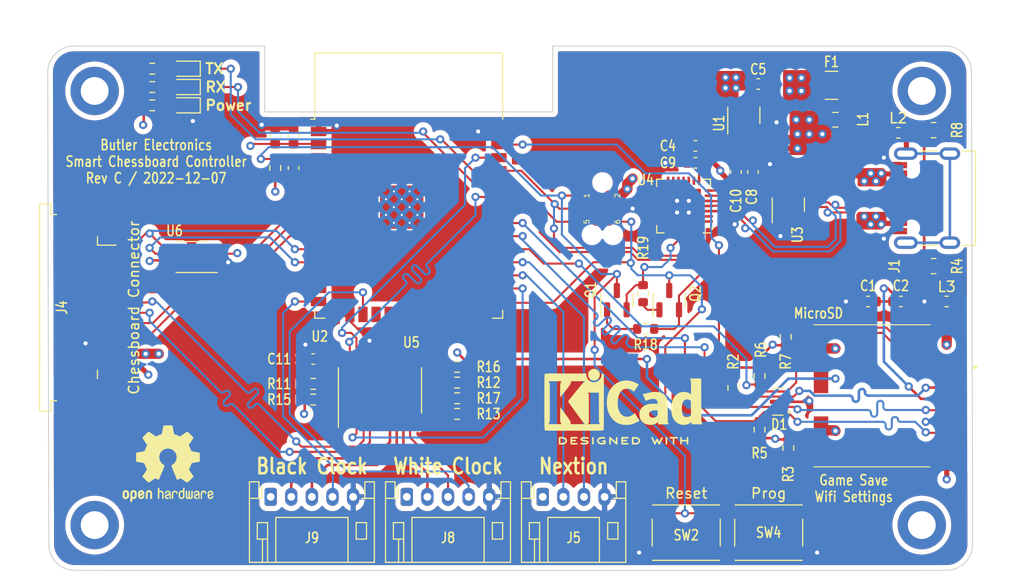
<source format=kicad_pcb>
(kicad_pcb (version 20211014) (generator pcbnew)
  (title_block (title "Smart Chessboard Controller") (date "2022-12-07") (rev "C") (company "Butler Electronics"))
  (layers (0 "F.Cu" signal) (1 "In1.Cu" power) (2 "In2.Cu" power) (31 "B.Cu" signal) (34 "B.Paste" user) (35 "F.Paste" user) (36 "B.SilkS" user "B.Silkscreen") (37 "F.SilkS" user "F.Silkscreen") (38 "B.Mask" user) (39 "F.Mask" user) (44 "Edge.Cuts" user))
  (net 0 "")
  (net 1 "3V3")
  (net 2 "GND")
  (net 3 "/EN")
  (net 4 "5V")
  (net 5 "Net-(C8-Pad1)")
  (net 6 "/SD_MISO")
  (net 7 "/SD_SCK")
  (net 8 "/SD_MOSI")
  (net 9 "/SD_SS")
  (net 10 "VBUS")
  (net 11 "Net-(F1-Pad2)")
  (net 12 "Net-(J1-PadA5)")
  (net 13 "/D_P")
  (net 14 "/D_N")
  (net 16 "Net-(J1-PadB5)")
  (net 18 "Net-(J2-Pad1)")
  (net 19 "Net-(J2-Pad8)")
  (net 20 "/SD_DET")
  (net 21 "/ESP_TX")
  (net 22 "/ESP_RX")
  (net 23 "/IO0")
  (net 25 "/LED_IC_5")
  (net 26 "~{SDA_IOMUX}")
  (net 27 "~{SCL_IOMUX}")
  (net 29 "/RX2")
  (net 30 "/TX2")
  (net 31 "/W_MOVE")
  (net 32 "/B_MOVE")
  (net 33 "Net-(LED1-Pad2)")
  (net 34 "Net-(LED2-Pad2)")
  (net 35 "Net-(LED3-Pad2)")
  (net 36 "Net-(Q1-Pad1)")
  (net 37 "/RTS")
  (net 38 "Net-(Q2-Pad1)")
  (net 39 "/DTR")
  (net 43 "/IO_INT3")
  (net 44 "/IO_INT1")
  (net 45 "/IO_INT2")
  (net 46 "/IO_INT0")
  (net 53 "/LED_IC_3")
  (net 55 "/~{I2C_RESET}")
  (net 56 "/VLS_EN")
  (net 58 "/~{I2C_SDA}")
  (net 59 "/~{I2C_SCL}")
  (net 90 "/SDA_DWC")
  (net 91 "/SCL_DWC")
  (net 92 "/SDA_DBC")
  (net 93 "/SCL_DBC")
  (net 96 "Net-(J1-PadS1)")
  (net 97 "Net-(J2-Pad11)")
  (footprint "MountingHole:MountingHole_2.7mm_M2.5_DIN965_Pad_TopBottom" (layer "F.Cu") (at 78.232 99.822)
    (fp_text reference "H8" hide)
    (fp_text value "MountingHole")
  )
  (footprint "Inductor_SMD:L_0603_1608Metric" (layer "F.Cu") (at 156.21 61.722)
    (fp_text reference "L2")
    (fp_text value "L_Ferrite_Small")
  )
  (footprint "MountingHole:MountingHole_2.7mm_M2.5_DIN965_Pad_TopBottom" (layer "F.Cu") (at 158.496 99.822)
    (fp_text reference "H7" hide)
    (fp_text value "MountingHole")
  )
  (footprint "RF_Module:ESP32-WROOM-32" (layer "F.Cu") (at 108.71 69.85)
    (fp_text reference "U2")
    (fp_text value "ESP32-WROOM-32E (8MB)")
  )
  (footprint "Resistor_SMD:R_0603_1608Metric" (layer "F.Cu") (at 131.445 77.343 90)
    (fp_text reference "R19")
    (fp_text value "10K")
  )
  (footprint "User Custom Footprint:DM3CS-SF" (layer "F.Cu") (at 155.065 87.465 90)
    (fp_text reference "J2" hide)
    (fp_text value "Micro_SD_Card_Det_Hirose_DM3CS-SF" hide)
  )
  (footprint "Capacitor_SMD:C_0603_1608Metric" (layer "F.Cu") (at 97.534 62.027 90)
    (fp_text reference "C6" hide)
    (fp_text value "22uF")
  )
  (footprint "Inductor_SMD:L_0805_2012Metric_Pad1.15x1.40mm_HandSolder" (layer "F.Cu") (at 150.114 60.452 180)
    (fp_text reference "L1")
    (fp_text value "L_Ferrite_Small")
  )
  (footprint "Package_SO:TSSOP-24_4.4x7.8mm_P0.65mm" (layer "F.Cu") (at 105.916 86.741 90)
    (fp_text reference "U5")
    (fp_text value "PCA9548APW")
  )
  (footprint "Resistor_SMD:R_0603_1608Metric" (layer "F.Cu") (at 113.411 84.455 180)
    (fp_text reference "R16")
    (fp_text value "2K7")
  )
  (footprint "Connector_JST:JST_PH_S5B-PH-K_1x05_P2.00mm_Horizontal" (layer "F.Cu") (at 108.52 97.08)
    (fp_text reference "J8")
    (fp_text value "Conn_01x05")
  )
  (footprint "User Custom Footprint:XKB-Connectivity-TS-1187A-B-A-B" (layer "F.Cu") (at 143.637 100.546)
    (fp_text reference "SW4")
    (fp_text value "SW_SPST")
  )
  (footprint "Package_TO_SOT_SMD:SOT-23" (layer "F.Cu") (at 128.905 77.978 90)
    (fp_text reference "Q1")
    (fp_text value "S8050")
  )
  (footprint "Resistor_SMD:R_0603_1608Metric" (layer "F.Cu") (at 131.699 80.772)
    (fp_text reference "R18")
    (fp_text value "10K")
  )
  (footprint "Capacitor_SMD:C_0603_1608Metric" (layer "F.Cu") (at 156.464 78.105)
    (fp_text reference "C2")
    (fp_text value "100nF")
  )
  (footprint "Capacitor_SMD:C_0603_1608Metric" (layer "F.Cu") (at 140.462 65.532 90)
    (fp_text reference "C10")
    (fp_text value "100nF")
  )
  (footprint "Tag_Connect:TC2030-IDC-NL" (layer "F.Cu") (at 127.508 69.088 -90)
    (fp_text reference "J3" hide)
    (fp_text value "Conn_02x03_Odd_Even")
  )
  (footprint "Capacitor_SMD:C_0603_1608Metric" (layer "F.Cu") (at 95.743 62.027 90)
    (fp_text reference "C7" hide)
    (fp_text value "100nF")
  )
  (footprint "User Custom Footprint:XKB-Connectivity-TS-1187A-B-A-B" (layer "F.Cu") (at 135.636 100.546)
    (fp_text reference "SW2")
    (fp_text value "SW_SPST")
  )
  (footprint "Resistor_SMD:R_0603_1608Metric" (layer "F.Cu") (at 145.288 81.534 -90)
    (fp_text reference "R7")
    (fp_text value "47K")
  )
  (footprint "Capacitor_SMD:C_0603_1608Metric" (layer "F.Cu") (at 142.113 65.532 90)
    (fp_text reference "C8")
    (fp_text value "100nF")
  )
  (footprint "Fuse:Fuse_1210_3225Metric" (layer "F.Cu") (at 149.731 57.112)
    (fp_text reference "F1")
    (fp_text value "C207047")
  )
  (footprint "Resistor_SMD:R_0603_1608Metric" (layer "F.Cu") (at 83.82 59.055)
    (fp_text reference "R14" hide)
    (fp_text value "470")
  )
  (footprint "User Custom Footprint:SOT-143-4" (layer "F.Cu") (at 145.542 68.707)
    (fp_text reference "U3")
    (fp_text value "SP0503BAHT")
  )
  (footprint "Connector_JST:JST_PH_S5B-PH-K_1x05_P2.00mm_Horizontal" (layer "F.Cu") (at 95.312 97.08)
    (fp_text reference "J9")
    (fp_text value "Conn_01x05")
  )
  (footprint "Connector_JST:JST_PH_S4B-PH-K_1x04_P2.00mm_Horizontal" (layer "F.Cu") (at 121.712 97.08)
    (fp_text reference "J5")
    (fp_text value "NX3224T024")
  )
  (footprint "Capacitor_SMD:C_0603_1608Metric" (layer "F.Cu") (at 136.525 64.643 180)
    (fp_text reference "C9")
    (fp_text value "1uF")
  )
  (footprint "LED_SMD:LED_0603_1608Metric" (layer "F.Cu") (at 86.995 59.055 180)
    (fp_text reference "LED3" hide)
    (fp_text value "RED")
  )
  (footprint "Connector_FFC-FPC:TE_1-84953-2_1x12-1MP_P1.0mm_Horizontal" (layer "F.Cu") (at 77.595 78.702 -90)
    (fp_text reference "J4")
    (fp_text value "Conn_01x12_MountingPin")
  )
  (footprint "User Custom Footprint:SLP2510P8" (layer "F.Cu") (at 144.526 87.846 90)
    (fp_text reference "D1")
    (fp_text value "RClamp0524PATCT")
  )
  (footprint "Capacitor_SMD:C_0603_1608Metric" (layer "F.Cu") (at 99.441 83.693 180)
    (fp_text reference "C11")
    (fp_text value "100nF")
  )
  (footprint "Resistor_SMD:R_0603_1608Metric" (layer "F.Cu") (at 113.411 87.503 180)
    (fp_text reference "R17")
    (fp_text value "2K7")
  )
  (footprint "Inductor_SMD:L_0603_1608Metric" (layer "F.Cu") (at 160.909 78.105)
    (fp_text reference "L3")
    (fp_text value "L_Ferrite_Small")
  )
  (footprint "Package_SO:SSOP-8_2.95x2.8mm_P0.65mm" (layer "F.Cu") (at 87.63 73.787 180)
    (fp_text reference "U6")
    (fp_text value "TXS0102DCT")
  )
  (footprint "Package_TO_SOT_SMD:SOT-23-5" (layer "F.Cu") (at 141.225 60.032 90)
    (fp_text reference "U1")
    (fp_text value "XC6220B331MR-G")
  )
  (footprint "Resistor_SMD:R_0603_1608Metric" (layer "F.Cu") (at 113.411 89.027 180)
    (fp_text reference "R13")
    (fp_text value "2K7")
  )
  (footprint "Resistor_SMD:R_0805_2012Metric" (layer "F.Cu") (at 159.639 74.674 180)
    (fp_text reference "R4")
    (fp_text value "5K1")
  )
  (footprint "Resistor_SMD:R_0603_1608Metric" (layer "F.Cu") (at 99.441 87.63)
    (fp_text reference "R15")
    (fp_text value "2K7")
  )
  (footprint "Resistor_SMD:R_0603_1608Metric" (layer "F.Cu") (at 83.82 57.277)
    (fp_text reference "R10" hide)
    (fp_text value "1K")
  )
  (footprint "Capacitor_SMD:C_0603_1608Metric" (layer "F.Cu") (at 97.534 65.138 -90)
    (fp_text reference "C3" hide)
    (fp_text value "100nF")
  )
  (footprint "LED_SMD:LED_0603_1608Metric" (layer "F.Cu") (at 86.995 57.277 180)
    (fp_text reference "LED2" hide)
    (fp_text value "GREEN")
  )
  (footprint "Resistor_SMD:R_0603_1608Metric" (layer "F.Cu") (at 142.748 85.344 90)
    (fp_text reference "R6")
    (fp_text value "47K")
  )
  (footprint "Package_DFN_QFN:QFN-28-1EP_5x5mm_P0.5mm_EP3.35x3.35mm" (layer "F.Cu") (at 135.38 68.834 180)
    (fp_text reference "U4")
    (fp_text value "CP2102-GMR")
  )
  (footprint "Capacitor_SMD:C_0603_1608Metric" (layer "F.Cu") (at 136.525 62.992)
    (fp_text reference "C4")
    (fp_text value "22uF")
  )
  (footprint "Capacitor_SMD:C_0603_1608Metric" (layer "F.Cu") (at 153.289 78.105 180)
    (fp_text reference "C1")
    (fp_text value "10uF")
  )
  (footprint "Resistor_SMD:R_0603_1608Metric" (layer "F.Cu") (at 99.441 86.106)
    (fp_text reference "R11")
    (fp_text value "2K7")
  )
  (footprint "Resistor_SMD:R_0805_2012Metric" (layer "F.Cu") (at 159.639 61.466 180)
    (fp_text reference "R8")
    (fp_text value "5K1")
  )
  (footprint "MountingHole:MountingHole_2.7mm_M2.5_DIN965_Pad_TopBottom" (layer "F.Cu") (at 158.496 57.658)
    (fp_text reference "H6" hide)
    (fp_text value "MountingHole")
  )
  (footprint "Resistor_SMD:R_0603_1608Metric" (layer "F.Cu") (at 140.208 86.487 90)
    (fp_text reference "R2")
    (fp_text value "47K")
  )
  (footprint "Resistor_SMD:R_0603_1608Metric" (layer "F.Cu") (at 95.756 65.138 90)
    (fp_text reference "R1" hide)
    (fp_text value "10K")
  )
  (footprint "Symbol:KiCad-Logo2_6mm_SilkScreen" (layer "F.Cu") (at 129.54 87.63)
    (fp_text reference "REF**" hide)
    (fp_text value "KiCad-Logo2_6mm_SilkScreen" hide)
  )
  (footprint "Resistor_SMD:R_0603_1608Metric" (layer "F.Cu") (at 83.82 55.499)
    (fp_text reference "R9" hide)
    (fp_text value "1K")
  )
  (footprint "Resistor_SMD:R_0603_1608Metric" (layer "F.Cu") (at 142.748 90.551 -90)
    (fp_text reference "R5")
    (fp_text value "47K")
  )
  (footprint "Resistor_SMD:R_0603_1608Metric" (layer "F.Cu") (at 145.542 92.329 90)
    (fp_text reference "R3")
    (fp_text value "47K")
  )
  (footprint "MountingHole:MountingHole_2.7mm_M2.5_DIN965_Pad_TopBottom" (layer "F.Cu") (at 78.232 57.658)
    (fp_text reference "H5" hide)
    (fp_text value "MountingHole")
  )
  (footprint "Capacitor_SMD:C_0603_1608Metric" (layer "F.Cu") (at 142.622 56.984)
    (fp_text reference "C5")
    (fp_text value "4.7uF")
  )
  (footprint "Symbol:OSHW-Logo2_9.8x8mm_SilkScreen" (layer "F.Cu") (at 85.344 93.853)
    (fp_text reference "REF**" hide)
    (fp_text value "OSHW-Logo2_9.8x8mm_SilkScreen" hide)
  )
  (footprint "Package_TO_SOT_SMD:SOT-23" (layer "F.Cu") (at 133.985 77.978 90)
    (fp_text reference "Q2")
    (fp_text value "S8050")
  )
  (footprint "Resistor_SMD:R_0603_1608Metric" (layer "F.Cu") (at 113.411 85.979 180)
    (fp_text reference "R12")
    (fp_text value "2K7")
  )
  (footprint "User Custom Footprint:USB_C_Receptable_918-418K2023S40001" (layer "F.Cu") (at 157.518 68.07 90)
    (fp_text reference "J1")
    (fp_text value "USB_C_Receptacle_USB2.0")
  )
  (footprint "LED_SMD:LED_0603_1608Metric" (layer "F.Cu") (at 86.995 55.499 180)
    (fp_text reference "LED1" hide)
    (fp_text value "BLUE")
  )
  (gr_line (start 73.676051 55.842) (end 73.785 101.670949) (layer "Edge.Cuts") (width 0.1))
  (gr_line (start 76.325 104.210949) (end 81.09 104.2148) (layer "Edge.Cuts") (width 0.1))
  (gr_line (start 122.68 59.69) (end 94.74 59.69) (layer "Edge.Cuts") (width 0.1))
  (gr_arc (start 73.676051 55.842) (mid 74.42 54.045949) (end 76.216051 53.302) (layer "Edge.Cuts") (width 0.1))
  (gr_arc (start 160.78 53.302) (mid 162.576051 54.045949) (end 163.32 55.842) (layer "Edge.Cuts") (width 0.1))
  (gr_line (start 160.888949 104.210949) (end 156.527 104.2148) (layer "Edge.Cuts") (width 0.1))
  (gr_arc (start 76.325 104.210949) (mid 74.528949 103.467) (end 73.785 101.670949) (layer "Edge.Cuts") (width 0.1))
  (gr_line (start 156.527 104.2148) (end 81.09 104.2148) (layer "Edge.Cuts") (width 0.1))
  (gr_line (start 163.32 55.842) (end 163.428949 101.670949) (layer "Edge.Cuts") (width 0.1))
  (gr_line (start 122.68 53.302) (end 122.68 59.69) (layer "Edge.Cuts") (width 0.1))
  (gr_line (start 94.74 59.69) (end 94.74 53.302) (layer "Edge.Cuts") (width 0.1))
  (gr_arc (start 163.428949 101.670949) (mid 162.685 103.467) (end 160.888949 104.210949) (layer "Edge.Cuts") (width 0.1))
  (gr_line (start 94.74 53.302) (end 76.216051 53.302) (layer "Edge.Cuts") (width 0.1))
  (gr_line (start 122.68 53.302) (end 160.78 53.302) (layer "Edge.Cuts") (width 0.1))
  (gr_text "RX" (at 88.861 57.277) (layer "F.SilkS") (effects (font (size 1 1) (thickness 0.2)) (justify left)))
  (gr_text "Power" (at 88.861 59.055) (layer "F.SilkS") (effects (font (size 1 1) (thickness 0.2)) (justify left)))
  (gr_text "Game Save\nWifi Settings" (at 151.892 96.266) (layer "F.SilkS") (effects (font (size 1 0.8))))
  (gr_text "." (at 138.176 70.612) (layer "F.SilkS") (effects (font (size 1 0.8) (thickness 0.153))))
  (gr_text "TX" (at 88.861 55.499) (layer "F.SilkS") (effects (font (size 1 1) (thickness 0.2)) (justify left)))
  (gr_text "MicroSD" (at 148.463 79.248) (layer "F.SilkS") (effects (font (size 1 0.8) (thickness 0.153))))
  (gr_text "Prog" (at 143.637 96.736) (layer "F.SilkS") (effects (font (size 1 1))))
  (gr_text "Nextion" (at 124.714 94.107) (layer "F.SilkS") (effects (font (size 1.5 1.2) (thickness 0.25))))
  (gr_text "Chessboard Connector" (at 82.04 78.702 90) (layer "F.SilkS") (effects (font (size 1 1))))
  (gr_text "Reset" (at 135.636 96.736) (layer "F.SilkS") (effects (font (size 1 1))))
  (gr_text "White Clock" (at 112.522 94.107) (layer "F.SilkS") (effects (font (size 1.5 1.2) (thickness 0.25))))
  (gr_text "${COMPANY}\n${TITLE}\nRev ${REVISION} / ${ISSUE_DATE}" (at 84.201 64.516) (layer "F.SilkS") (effects (font (size 1 0.8) (thickness 0.153))))
  (gr_text "Black Clock" (at 99.314 94.107) (layer "F.SilkS") (effects (font (size 1.5 1.2) (thickness 0.25))))
  (segment (start 144.208 91.376) (end 144.272 91.44) (width 0.25) (layer "F.Cu") (net 1))
  (segment (start 92.019 73.462) (end 89.33 73.462) (width 0.2) (layer "F.Cu") (net 1))
  (segment (start 144.018 82.296) (end 142.748 83.566) (width 0.25) (layer "F.Cu") (net 1))
  (segment (start 95.756 65.963) (end 95.756 67.435) (width 0.25) (layer "F.Cu") (net 1))
  (segment (start 93.345 62.992) (end 93.535 62.802) (width 0.2) (layer "F.Cu") (net 1))
  (segment (start 95.743 62.802) (end 97.534 62.802) (width 0.2) (layer "F.Cu") (net 1))
  (segment (start 102.1555 83.693) (end 102.341 83.8785) (width 0.2) (layer "F.Cu") (net 1))
  (segment (start 95.756 67.435) (end 95.758 67.437) (width 0.25) (layer "F.Cu") (net 1))
  (segment (start 98.933 84.963) (end 99.695 84.963) (width 0.25) (layer "F.Cu") (net 1))
  (segment (start 98.616 88.963) (end 98.552 89.027) (width 0.25) (layer "F.Cu") (net 1))
  (segment (start 100.216 83.693) (end 102.1555 83.693) (width 0.2) (layer "F.Cu") (net 1))
  (segment (start 97.534 62.802) (end 99.892 62.802) (width 0.2) (layer "F.Cu") (net 1))
  (segment (start 98.616 87.63) (end 98.616 88.963) (width 0.25) (layer "F.Cu") (net 1))
  (segment (start 145.542 91.504) (end 144.336 91.504) (width 0.25) (layer "F.Cu") (net 1))
  (segment (start 140.208 85.09) (end 140.208 85.662) (width 0.25) (layer "F.Cu") (net 1))
  (segment (start 99.695 84.963) (end 100.216 84.442) (width 0.25) (layer "F.Cu") (net 1))
  (segment (start 82.424 84.202) (end 79.395 84.202) (width 0.5) (layer "F.Cu") (net 1))
  (segment (start 99.892 62.802) (end 99.96 62.87) (width 0.2) (layer "F.Cu") (net 1))
  (segment (start 82.931 60.96) (end 82.995 60.896) (width 0.25) (layer "F.Cu") (net 1))
  (segment (start 93.535 62.802) (end 95.743 62.802) (width 0.2) (layer "F.Cu") (net 1))
  (segment (start 154.813 76.835) (end 155.194 76.835) (width 0.25) (layer "F.Cu") (net 1))
  (segment (start 100.216 84.442) (end 100.216 83.693) (width 0.25) (layer "F.Cu") (net 1))
  (segment (start 154.064 78.105) (end 155.689 78.105) (width 0.25) (layer "F.Cu") (net 1))
  (segment (start 155.689 77.33) (end 155.689 78.105) (width 0.25) (layer "F.Cu") (net 1))
  (segment (start 82.995 55.499) (end 82.995 59.055) (width 0.25) (layer "F.Cu") (net 1))
  (segment (start 98.616 85.28) (end 98.933 84.963) (width 0.25) (layer "F.Cu") (net 1))
  (segment (start 98.616 86.106) (end 98.616 85.28) (width 0.25) (layer "F.Cu") (net 1))
  (segment (start 114.236 84.455) (end 114.236 85.979) (width 0.25) (layer "F.Cu") (net 1))
  (segment (start 98.616 87.63) (end 98.616 86.106) (width 0.25) (layer "F.Cu") (net 1))
  (segment (start 92.075 73.406) (end 92.019 73.462) (width 0.2) (layer "F.Cu") (net 1))
  (segment (start 155.194 76.835) (end 155.689 77.33) (width 0.25) (layer "F.Cu") (net 1))
  (segment (start 140.779 84.519) (end 140.208 85.09) (width 0.25) (layer "F.Cu") (net 1))
  (segment (start 82.995 60.896) (end 82.995 59.055) (width 0.25) (layer "F.Cu") (net 1))
  (segment (start 144.018 82.296) (end 144.081 82.359) (width 0.25) (layer "F.Cu") (net 1))
  (segment (start 144.081 82.359) (end 145.288 82.359) (width 0.25) (layer "F.Cu") (net 1))
  (segment (start 114.236 85.979) (end 114.236 87.503) (width 0.25) (layer "F.Cu") (net 1))
  (segment (start 83.439 85.217) (end 82.424 84.202) (width 0.5) (layer "F.Cu") (net 1))
  (segment (start 158.431 87.565) (end 161.415 87.565) (width 0.25) (layer "F.Cu") (net 1))
  (segment (start 113.411 83.058) (end 114.236 83.883) (width 0.25) (layer "F.Cu") (net 1))
  (segment (start 144.336 91.504) (end 144.272 91.44) (width 0.25) (layer "F.Cu") (net 1))
  (segment (start 114.236 83.883) (end 114.236 84.455) (width 0.25) (layer "F.Cu") (net 1))
  (segment (start 157.226 86.36) (end 158.431 87.565) (width 0.25) (layer "F.Cu") (net 1))
  (segment (start 142.748 84.519) (end 140.779 84.519) (width 0.25) (layer "F.Cu") (net 1))
  (segment (start 142.748 83.566) (end 142.748 84.519) (width 0.25) (layer "F.Cu") (net 1))
  (segment (start 114.236 87.503) (end 114.236 89.027) (width 0.25) (layer "F.Cu") (net 1))
  (segment (start 142.748 91.376) (end 144.208 91.376) (width 0.25) (layer "F.Cu") (net 1))
  (via (at 140.463 56.349) (size 0.8) (drill 0.4) (layers "F.Cu" "B.Cu") (net 1))
  (via (at 98.552 89.027) (size 0.8) (drill 0.4) (layers "F.Cu" "B.Cu") (net 1))
  (via (at 140.463 57.365) (size 0.8) (drill 0.4) (layers "F.Cu" "B.Cu") (net 1))
  (via (at 144.272 91.44) (size 0.8) (drill 0.4) (layers "F.Cu" "B.Cu") (net 1))
  (via (at 113.411 83.058) (size 0.8) (drill 0.4) (layers "F.Cu" "B.Cu") (net 1))
  (via (at 144.018 82.296) (size 0.8) (drill 0.4) (layers "F.Cu" "B.Cu") (net 1))
  (via (at 95.758 67.437) (size 0.8) (drill 0.4) (layers "F.Cu" "B.Cu") (net 1))
  (via (at 154.813 76.835) (size 0.8) (drill 0.4) (layers "F.Cu" "B.Cu") (net 1))
  (via (at 157.226 86.36) (size 0.8) (drill 0.4) (layers "F.Cu" "B.Cu") (net 1))
  (via (at 93.345 62.992) (size 0.8) (drill 0.4) (layers "F.Cu" "B.Cu") (net 1))
  (via (at 82.931 60.96) (size 0.8) (drill 0.4) (layers "F.Cu" "B.Cu") (net 1))
  (via (at 139.447 57.365) (size 0.8) (drill 0.4) (layers "F.Cu" "B.Cu") (net 1))
  (via (at 92.075 73.406) (size 0.8) (drill 0.4) (layers "F.Cu" "B.Cu") (net 1))
  (via (at 83.439 85.217) (size 0.8) (drill 0.4) (layers "F.Cu" "B.Cu") (net 1))
  (via (at 139.447 56.349) (size 0.8) (drill 0.4) (layers "F.Cu" "B.Cu") (net 1))
  (segment (start 154.813 83.947) (end 154.813 76.835) (width 0.25) (layer "B.Cu") (net 1))
  (segment (start 157.226 86.36) (end 154.813 83.947) (width 0.25) (layer "B.Cu") (net 1))
  (segment (start 89.386 74.168) (end 89.33 74.112) (width 0.2) (layer "F.Cu") (net 2))
  (segment (start 104.902 81.915) (end 104.291 82.526) (width 0.2) (layer "F.Cu") (net 2))
  (segment (start 77.376 82.202) (end 77.343 82.169) (width 0.5) (layer "F.Cu") (net 2))
  (segment (start 147.574 87.757) (end 147.485 87.846) (width 0.25) (layer "F.Cu") (net 2))
  (segment (start 133.617 64.656) (end 135.737 64.656) (width 0.2) (layer "F.Cu") (net 2))
  (segment (start 141.225 60.324) (end 141.225 61.1695) (width 0.2) (layer "F.Cu") (net 2))
  (segment (start 135.737 64.656) (end 135.75 64.643) (width 0.2) (layer "F.Cu") (net 2))
  (segment (start 154.813 64.135) (end 155.473 64.795) (width 0.5) (layer "F.Cu") (net 2))
  (segment (start 143.764 60.071) (end 141.478 60.071) (width 0.2) (layer "F.Cu") (net 2))
  (segment (start 103 80.013) (end 103 79.36) (width 0.2) (layer "F.Cu") (net 2))
  (segment (start 161.415 89.765) (end 158.901 89.765) (width 0.2) (layer "F.Cu") (net 2))
  (segment (start 104.291 82.526) (end 104.291 83.8785) (width 0.2) (layer "F.Cu") (net 2))
  (segment (start 147.485 87.846) (end 144.526 87.846) (width 0.25) (layer "F.Cu") (net 2))
  (segment (start 158.901 89.765) (end 158.877 89.789) (width 0.2) (layer "F.Cu") (net 2))
  (segment (start 91.186 74.295) (end 91.059 74.168) (width 0.2) (layer "F.Cu") (net 2))
  (segment (start 155.473 64.795) (end 156.368 64.795) (width 0.5) (layer "F.Cu") (net 2))
  (segment (start 133.604 64.643) (end 133.617 64.656) (width 0.2) (layer "F.Cu") (net 2))
  (segment (start 130.429 69.088) (end 128.143 69.088) (width 0.25) (layer "F.Cu") (net 2))
  (segment (start 154.813 72.009) (end 155.602 71.22) (width 0.5) (layer "F.Cu") (net 2))
  (segment (start 144.399 60.706) (end 143.764 60.071) (width 0.2) (layer "F.Cu") (net 2))
  (segment (start 139.057 69.334) (end 137.83 69.334) (width 0.25) (layer "F.Cu") (net 2))
  (segment (start 104.902 81.915) (end 103 80.013) (width 0.2) (layer "F.Cu") (net 2))
  (segment (start 91.059 74.168) (end 89.386 74.168) (width 0.2) (layer "F.Cu") (net 2))
  (segment (start 140.335 70.612) (end 139.057 69.334) (width 0.25) (layer "F.Cu") (net 2))
  (segment (start 141.478 60.071) (end 141.225 60.324) (width 0.2) (layer "F.Cu") (net 2))
  (segment (start 155.602 71.22) (end 156.368 71.22) (width 0.5) (layer "F.Cu") (net 2))
  (segment (start 79.395 82.202) (end 77.376 82.202) (width 0.5) (layer "F.Cu") (net 2))
  (via (at 158.75 78.105) (size 0.8) (drill 0.4) (layers "F.Cu" "B.Cu") (net 2))
  (via (at 144.78 71.755) (size 0.8) (drill 0.4) (layers "F.Cu" "B.Cu") (net 2))
  (via (at 104.902 81.915) (size 0.8) (drill 0.4) (layers "F.Cu" "B.Cu") (net 2))
  (via (at 101.727 61.0225) (size 0.8) (drill 0.4) (layers "F.Cu" "B.Cu") (net 2))
  (via (at 147.574 87.757) (size 0.8) (drill 0.4) (layers "F.Cu" "B.Cu") (net 2))
  (via (at 144.399 60.706) (size 0.8) (drill 0.4) (layers "F.Cu" "B.Cu") (net 2))
  (via (at 134.747 69.469) (size 0.8) (drill 0.4) (layers "F.Cu" "B.Cu") (net 2))
  (via (at 91.186 74.295) (size 0.8) (drill 0.4) (layers "F.Cu" "B.Cu") (net 2))
  (via (at 154.813 64.135) (size 0.8) (drill 0.4) (layers "F.Cu" "B.Cu") (net 2))
  (via (at 98.679 82.296) (size 0.8) (drill 0.4) (layers "F.Cu" "B.Cu") (net 2))
  (via (at 134.747 68.326) (size 0.8) (drill 0.4) (layers "F.Cu" "B.Cu") (net 2))
  (via (at 148.336 102.489) (size 0.8) (drill 0.4) (layers "F.Cu" "B.Cu") (net 2))
  (via (at 133.604 64.643) (size 0.8) (drill 0.4) (layers "F.Cu" "B.Cu") (net 2))
  (via (at 135.89 68.326) (size 0.8) (drill 0.4) (layers "F.Cu" "B.Cu") (net 2))
  (via (at 154.813 72.009) (size 0.8) (drill 0.4) (layers "F.Cu" "B.Cu") (net 2))
  (via (at 140.335 70.612) (size 0.8) (drill 0.4) (layers "F.Cu" "B.Cu") (net 2))
  (via (at 158.877 89.789) (size 0.8) (drill 0.4) (layers "F.Cu" "B.Cu") (net 2))
  (via (at 87.757 60.579) (size 0.8) (drill 0.4) (layers "F.Cu" "B.Cu") (net 2))
  (via (at 115.443 61.595) (size 0.8) (drill 0.4) (layers "F.Cu" "B.Cu") (net 2))
  (via (at 94.442372 60.941128) (size 0.8) (drill 0.4) (layers "F.Cu" "B.Cu") (net 2))
  (via (at 131.064 102.489) (size 0.8) (drill 0.4) (layers "F.Cu" "B.Cu") (net 2))
  (via (at 77.343 82.169) (size 0.8) (drill 0.4) (layers "F.Cu" "B.Cu") (net 2))
  (via (at 151.13 78.105) (size 0.8) (drill 0.4) (layers "F.Cu" "B.Cu") (net 2))
  (via (at 143.764 64.77) (size 0.8) (drill 0.4) (layers "F.Cu" "B.Cu") (net 2))
  (via (at 135.89 69.469) (size 0.8) (drill 0.4) (layers "F.Cu" "B.Cu") (net 2))
  (via (at 130.429 69.088) (size 0.8) (drill 0.4) (layers "F.Cu" "B.Cu") (net 2))
  (segment (start 97.534 64.363) (end 99.737 64.363) (width 0.2) (layer "F.Cu") (net 3))
  (segment (start 126.746 77.597) (end 128.905 75.438) (width 0.2) (layer "F.Cu") (net 3))
  (segment (start 99.737 64.363) (end 99.96 64.14) (width 0.2) (layer "F.Cu") (net 3))
  (segment (start 126.746 82.804) (end 126.746 77.597) (width 0.2) (layer "F.Cu") (net 3))
  (segment (start 95.756 64.313) (end 97.484 64.313) (width 0.2) (layer "F.Cu") (net 3))
  (segment (start 95.705 64.262) (end 95.756 64.313) (width 0.2) (layer "F.Cu") (net 3))
  (segment (start 97.484 64.313) (end 97.534 64.363) (width 0.2) (layer "F.Cu") (net 3))
  (segment (start 128.905 75.438) (end 128.905 77.0405) (width 0.2) (layer "F.Cu") (net 3))
  (segment (start 132.636 98.671) (end 138.636 98.671) (width 0.2) (layer "F.Cu") (net 3))
  (segment (start 123.571 67.818) (end 126.873 67.818) (width 0.2) (layer "F.Cu") (net 3))
  (segment (start 94.361 64.262) (end 95.705 64.262) (width 0.2) (layer "F.Cu") (net 3))
  (via (at 94.361 64.262) (size 0.8) (drill 0.4) (layers "F.Cu" "B.Cu") (net 3))
  (via (at 128.905 75.438) (size 0.8) (drill 0.4) (layers "F.Cu" "B.Cu") (net 3))
  (via (at 123.571 67.818) (size 0.8) (drill 0.4) (layers "F.Cu" "B.Cu") (net 3))
  (via (at 126.746 82.804) (size 0.8) (drill 0.4) (layers "F.Cu" "B.Cu") (net 3))
  (via (at 135.509 98.679) (size 0.8) (drill 0.4) (layers "F.Cu" "B.Cu") (net 3))
  (segment (start 95.123 63.119) (end 116.84 63.119) (width 0.2) (layer "B.Cu") (net 3))
  (segment (start 126.746 82.804) (end 126.746 84.328) (width 0.2) (layer "B.Cu") (net 3))
  (segment (start 123.571 71.628) (end 123.571 67.818) (width 0.2) (layer "B.Cu") (net 3))
  (segment (start 127.381 75.438) (end 123.571 71.628) (width 0.2) (layer "B.Cu") (net 3))
  (segment (start 94.361 63.881) (end 95.123 63.119) (width 0.2) (layer "B.Cu") (net 3))
  (segment (start 121.539 67.818) (end 123.571 67.818) (width 0.2) (layer "B.Cu") (net 3))
  (segment (start 135.509 93.091) (end 135.509 98.679) (width 0.2) (layer "B.Cu") (net 3))
  (segment (start 116.84 63.119) (end 121.539 67.818) (width 0.2) (layer "B.Cu") (net 3))
  (segment (start 126.746 84.328) (end 135.509 93.091) (width 0.2) (layer "B.Cu") (net 3))
  (segment (start 94.361 64.262) (end 94.361 63.881) (width 0.2) (layer "B.Cu") (net 3))
  (segment (start 128.905 75.438) (end 127.381 75.438) (width 0.2) (layer "B.Cu") (net 3))
  (segment (start 142.175 61.1695) (end 142.175 61.745) (width 0.5) (layer "F.Cu") (net 4))
  (segment (start 138.303 64.643) (end 138.938 65.278) (width 0.5) (layer "F.Cu") (net 4))
  (segment (start 82.677 83.185) (end 84.455 83.185) (width 1) (layer "F.Cu") (net 4))
  (segment (start 142.622 62.192) (end 146.088 62.192) (width 0.5) (layer "F.Cu") (net 4))
  (segment (start 142.175 61.745) (end 142.622 62.192) (width 0.5) (layer "F.Cu") (net 4))
  (segment (start 139.713 66.307) (end 140.462 66.307) (width 0.5) (layer "F.Cu") (net 4))
  (segment (start 83.168 83.202) (end 79.395 83.202) (width 0.5) (layer "F.Cu") (net 4))
  (segment (start 137.3 64.643) (end 137.3 65.265) (width 0.2) (layer "F.Cu") (net 4))
  (segment (start 137.3 65.265) (end 136.88 65.685) (width 0.2) (layer "F.Cu") (net 4))
  (segment (start 83.185 83.185) (end 83.168 83.202) (width 0.5) (layer "F.Cu") (net 4))
  (segment (start 83.622 74.112) (end 83.566 74.168) (width 0.25) (layer "F.Cu") (net 4))
  (segment (start 137.3 62.992) (end 137.3 64.643) (width 0.5) (layer "F.Cu") (net 4))
  (segment (start 138.938 65.532) (end 139.713 66.307) (width 0.5) (layer "F.Cu") (net 4))
  (segment (start 137.3 64.643) (end 138.303 64.643) (width 0.5) (layer "F.Cu") (net 4))
  (segment (start 141.136 63.246) (end 146.431 63.246) (width 0.5) (layer "F.Cu") (net 4))
  (segment (start 140.275 61.1695) (end 140.275 62.385) (width 0.5) (layer "F.Cu") (net 4))
  (segment (start 140.057 67.334) (end 137.83 67.334) (width 0.2) (layer "F.Cu") (net 4))
  (segment (start 140.462 66.307) (end 140.462 66.929) (width 0.2) (layer "F.Cu") (net 4))
  (segment (start 140.275 62.385) (end 141.136 63.246) (width 0.5) (layer "F.Cu") (net 4))
  (segment (start 140.462 66.929) (end 140.057 67.334) (width 0.2) (layer "F.Cu") (net 4))
  (segment (start 146.088 62.192) (end 146.431 61.849) (width 0.5) (layer "F.Cu") (net 4))
  (segment (start 138.938 65.405) (end 138.938 65.532) (width 0.5) (layer "F.Cu") (net 4))
  (segment (start 136.88 65.685) (end 136.88 66.384) (width 0.2) (layer "F.Cu") (net 4))
  (segment (start 85.93 74.112) (end 83.622 74.112) (width 0.25) (layer "F.Cu") (net 4))
  (segment (start 138.938 65.278) (end 138.938 65.405) (width 0.5) (layer "F.Cu") (net 4))
  (via (at 84.455 83.185) (size 0.8) (drill 0.4) (layers "F.Cu" "B.Cu") (net 4))
  (via (at 146.431 63.246) (size 0.8) (drill 0.4) (layers "F.Cu" "B.Cu") (net 4))
  (via (at 83.185 83.185) (size 0.8) (drill 0.4) (layers "F.Cu" "B.Cu") (net 4))
  (via (at 146.304 60.452) (size 0.8) (drill 0.4) (layers "F.Cu" "B.Cu") (net 4))
  (via (at 146.431 61.849) (size 0.8) (drill 0.4) (layers "F.Cu" "B.Cu") (net 4))
  (via (at 147.574 61.849) (size 0.8) (drill 0.4) (layers "F.Cu" "B.Cu") (net 4))
  (via (at 138.938 65.405) (size 0.8) (drill 0.4) (layers "F.Cu" "B.Cu") (net 4))
  (via (at 148.844 61.849) (size 0.8) (drill 0.4) (layers "F.Cu" "B.Cu") (net 4))
  (via (at 83.566 74.168) (size 0.8) (drill 0.4) (layers "F.Cu" "B.Cu") (net 4))
  (via (at 147.574 60.452) (size 0.8) (drill 0.4) (layers "F.Cu" "B.Cu") (net 4))
  (segment (start 142.113 66.307) (end 142.113 67.056) (width 0.2) (layer "F.Cu") (net 5))
  (segment (start 142.113 67.056) (end 141.335 67.834) (width 0.2) (layer "F.Cu") (net 5))
  (segment (start 141.335 67.834) (end 137.83 67.834) (width 0.2) (layer "F.Cu") (net 5))
  (segment (start 134.809 84.514) (end 136.209 84.514) (width 0.2) (layer "F.Cu") (net 6))
  (segment (start 142.748 89.726) (end 138.494 89.726) (width 0.2) (layer "F.Cu") (net 6))
  (segment (start 136.209 83.914) (end 135.809 83.914) (width 0.2) (layer "F.Cu") (net 6))
  (segment (start 134.809 85.714) (end 136.209 85.714) (width 0.2) (layer "F.Cu") (net 6))
  (segment (start 145.488 88.846) (end 146.431 89.789) (width 0.2) (layer "F.Cu") (net 6))
  (segment (start 144.0885 88.846) (end 144.9635 88.846) (width 0.2) (layer "F.Cu") (net 6))
  (segment (start 142.748 89.281) (end 142.748 89.726) (width 0.2) (layer "F.Cu") (net 6))
  (segment (start 158.877 90.805) (end 158.937 90.865) (width 0.2) (layer "F.Cu") (net 6))
  (segment (start 135.509 86.741) (end 135.509 86.614) (width 0.2) (layer "F.Cu") (net 6))
  (segment (start 135.509 83.614) (end 135.509 81.661) (width 0.2) (layer "F.Cu") (net 6))
  (segment (start 144.0885 88.846) (end 143.183 88.846) (width 0.2) (layer "F.Cu") (net 6))
  (segment (start 135.209 86.314) (end 134.809 86.314) (width 0.2) (layer "F.Cu") (net 6))
  (segment (start 134.809 85.114) (end 136.209 85.114) (width 0.2) (layer "F.Cu") (net 6))
  (segment (start 144.9635 88.846) (end 145.488 88.846) (width 0.2) (layer "F.Cu") (net 6))
  (segment (start 158.937 90.865) (end 161.415 90.865) (width 0.2) (layer "F.Cu") (net 6))
  (segment (start 119.761 70.485) (end 119.756 70.49) (width 0.2) (layer "F.Cu") (net 6))
  (segment (start 143.183 88.846) (end 142.748 89.281) (width 0.2) (layer "F.Cu") (net 6))
  (segment (start 119.756 70.49) (end 117.46 70.49) (width 0.2) (layer "F.Cu") (net 6))
  (segment (start 138.494 89.726) (end 135.509 86.741) (width 0.2) (layer "F.Cu") (net 6))
  (via (at 158.877 90.805) (size 0.8) (drill 0.4) (layers "F.Cu" "B.Cu") (net 6))
  (via (at 146.431 89.789) (size 0.8) (drill 0.4) (layers "F.Cu" "B.Cu") (net 6))
  (via (at 119.761 70.485) (size 0.8) (drill 0.4) (layers "F.Cu" "B.Cu") (net 6))
  (via (at 135.509 81.661) (size 0.8) (drill 0.4) (layers "F.Cu" "B.Cu") (net 6))
  (arc (start 136.509 84.214) (mid 136.421132 84.001868) (end 136.209 83.914) (width 0.2) (layer "F.Cu") (net 6))
  (arc (start 134.509 84.814) (mid 134.596868 84.601868) (end 134.809 84.514) (width 0.2) (layer "F.Cu") (net 6))
  (arc (start 134.509 86.014) (mid 134.596868 85.801868) (end 134.809 85.714) (width 0.2) (layer "F.Cu") (net 6))
  (arc (start 134.809 85.114) (mid 134.596868 85.026132) (end 134.509 84.814) (width 0.2) (layer "F.Cu") (net 6))
  (arc (start 135.809 83.914) (mid 135.596868 83.826132) (end 135.509 83.614) (width 0.2) (layer "F.Cu") (net 6))
  (arc (start 136.209 85.714) (mid 136.421132 85.626132) (end 136.509 85.414) (width 0.2) (layer "F.Cu") (net 6))
  (arc (start 136.509 85.414) (mid 136.421132 85.201868) (end 136.209 85.114) (width 0.2) (layer "F.Cu") (net 6))
  (arc (start 134.809 86.314) (mid 134.596868 86.226132) (end 134.509 86.014) (width 0.2) (layer "F.Cu") (net 6))
  (arc (start 135.509 86.614) (mid 135.421132 86.401868) (end 135.209 86.314) (width 0.2) (layer "F.Cu") (net 6))
  (arc (start 136.209 84.514) (mid 136.421132 84.426132) (end 136.509 84.214) (width 0.2) (layer "F.Cu") (net 6))
  (segment (start 156.410347 89.789) (end 157.861 89.789) (width 0.2) (layer "B.Cu") (net 6))
  (segment (start 157.861 89.789) (end 158.877 90.805) (width 0.2) (layer "B.Cu") (net 6))
  (segment (start 130.937 81.661) (end 119.761 70.485) (width 0.2) (layer "B.Cu") (net 6))
  (segment (start 156.186 89.564652) (end 156.186 89.564653) (width 0.2) (layer "B.Cu") (net 6))
  (segment (start 146.431 89.789) (end 154.686 89.789) (width 0.2) (layer "B.Cu") (net 6))
  (segment (start 135.509 81.661) (end 130.937 81.661) (width 0.2) (layer "B.Cu") (net 6))
  (segment (start 154.986 90.089) (end 154.986 90.237695) (width 0.2) (layer "B.Cu") (net 6))
  (segment (start 155.810347 89.340305) (end 155.961653 89.340305) (width 0.2) (layer "B.Cu") (net 6))
  (segment (start 155.586 90.237695) (end 155.586 89.564652) (width 0.2) (layer "B.Cu") (net 6))
  (arc (start 155.961653 89.340305) (mid 156.12029 89.406015) (end 156.186 89.564652) (width 0.2) (layer "B.Cu") (net 6))
  (arc (start 154.986 90.237695) (mid 155.073868 90.449827) (end 155.286 90.537695) (width 0.2) (layer "B.Cu") (net 6))
  (arc (start 155.586 89.564652) (mid 155.65171 89.406015) (end 155.810347 89.340305) (width 0.2) (layer "B.Cu") (net 6))
  (arc (start 155.286 90.537695) (mid 155.498132 90.449827) (end 155.586 90.237695) (width 0.2) (layer "B.Cu") (net 6))
  (arc (start 154.686 89.789) (mid 154.898132 89.876868) (end 154.986 90.089) (width 0.2) (layer "B.Cu") (net 6))
  (arc (start 156.186 89.564653) (mid 156.25171 89.72329) (end 156.410347 89.789) (width 0.2) (layer "B.Cu") (net 6))
  (segment (start 119.761 71.755) (end 119.756 71.76) (width 0.2) (layer "F.Cu") (net 7))
  (segment (start 144.9635 88.346) (end 146.2065 88.346) (width 0.2) (layer "F.Cu") (net 7))
  (segment (start 144.0885 88.346) (end 144.9635 88.346) (width 0.2) (layer "F.Cu") (net 7))
  (segment (start 139.746 88.346) (end 137.414 86.014) (width 0.2) (layer "F.Cu") (net 7))
  (segment (start 119.756 71.76) (end 117.46 71.76) (width 0.2) (layer "F.Cu") (net 7))
  (segment (start 137.414 86.014) (end 137.414 82.55) (width 0.2) (layer "F.Cu") (net 7))
  (segment (start 158.877 88.646) (end 158.896 88.665) (width 0.2) (layer "F.Cu") (net 7))
  (segment (start 146.2065 88.346) (end 146.431 88.5705) (width 0.2) (layer "F.Cu") (net 7))
  (segment (start 144.0885 88.346) (end 139.746 88.346) (width 0.2) (layer "F.Cu") (net 7))
  (segment (start 158.896 88.665) (end 161.415 88.665) (width 0.2) (layer "F.Cu") (net 7))
  (via (at 137.414 82.55) (size 0.8) (drill 0.4) (layers "F.Cu" "B.Cu") (net 7))
  (via (at 146.431 88.5705) (size 0.8) (drill 0.4) (layers "F.Cu" "B.Cu") (net 7))
  (via (at 119.761 71.755) (size 0.8) (drill 0.4) (layers "F.Cu" "B.Cu") (net 7))
  (via (at 158.877 88.646) (size 0.8) (drill 0.4) (layers "F.Cu" "B.Cu") (net 7))
  (segment (start 129.920999 81.871735) (end 129.921 81.871735) (width 0.2) (layer "B.Cu") (net 7))
  (segment (start 130.175 82.55) (end 129.921 82.296) (width 0.2) (layer "B.Cu") (net 7))
  (segment (start 127.600588 80.79802) (end 128.246241 80.152362) (width 0.2) (layer "B.Cu") (net 7))
  (segment (start 154.167 88.046265) (end 154.167 88.995735) (width 0.2) (layer "B.Cu") (net 7))
  (segment (start 127.821976 79.728098) (end 127.176318 80.373751) (width 0.2) (layer "B.Cu") (net 7))
  (segment (start 119.761 72.136) (end 126.951138 79.326137) (width 0.2) (layer "B.Cu") (net 7))
  (segment (start 146.5065 88.646) (end 153.267 88.646) (width 0.2) (layer "B.Cu") (net 7))
  (segment (start 126.752053 79.949486) (end 126.752055 79.949487) (width 0.2) (layer "B.Cu") (net 7))
  (segment (start 158.877 88.646) (end 155.067 88.646) (width 0.2) (layer "B.Cu") (net 7))
  (segment (start 128.449119 81.646552) (end 128.449121 81.646553) (width 0.2) (layer "B.Cu") (net 7))
  (segment (start 153.567 88.995735) (end 153.567 88.946) (width 0.2) (layer "B.Cu") (net 7))
  (segment (start 127.600586 80.798019) (end 127.600588 80.79802) (width 0.2) (layer "B.Cu") (net 7))
  (segment (start 129.519042 81.425163) (end 128.873384 82.070817) (width 0.2) (layer "B.Cu") (net 7))
  (segment (start 154.767 88.346) (end 154.767 88.046265) (width 0.2) (layer "B.Cu") (net 7))
  (segment (start 129.921 81.871735) (end 129.943307 81.849427) (width 0.2) (layer "B.Cu") (net 7))
  (segment (start 119.761 72.136) (end 119.761 71.755) (width 0.2) (layer "B.Cu") (net 7))
  (segment (start 128.670509 80.57663) (end 128.670509 80.576631) (width 0.2) (layer "B.Cu") (net 7))
  (segment (start 127.821976 79.728097) (end 127.821976 79.728098) (width 0.2) (layer "B.Cu") (net 7))
  (segment (start 146.5065 88.646) (end 146.431 88.5705) (width 0.2) (layer "B.Cu") (net 7))
  (segment (start 128.449121 81.646553) (end 129.094774 81.000895) (width 0.2) (layer "B.Cu") (net 7))
  (segment (start 137.414 82.55) (end 130.175 82.55) (width 0.2) (layer "B.Cu") (net 7))
  (segment (start 129.519042 81.425162) (end 129.519042 81.425163) (width 0.2) (layer "B.Cu") (net 7))
  (segment (start 126.752055 79.949487) (end 126.951138 79.750401) (width 0.2) (layer "B.Cu") (net 7))
  (segment (start 128.670509 80.576631) (end 128.024851 81.222284) (width 0.2) (layer "B.Cu") (net 7))
  (arc (start 154.467 87.746265) (mid 154.254868 87.834133) (end 154.167 88.046265) (width 0.2) (layer "B.Cu") (net 7))
  (arc (start 127.176318 80.373751) (mid 126.964186 80.461619) (end 126.752054 80.373751) (width 0.2) (layer "B.Cu") (net 7))
  (arc (start 129.943307 81.425163) (mid 129.731175 81.337294) (end 129.519042 81.425162) (width 0.2) (layer "B.Cu") (net 7))
  (arc (start 129.094774 81.000895) (mid 129.182642 80.788763) (end 129.094774 80.576631) (width 0.2) (layer "B.Cu") (net 7))
  (arc (start 128.44912 82.070817) (mid 128.361252 81.858686) (end 128.449119 81.646552) (width 0.2) (layer "B.Cu") (net 7))
  (arc (start 128.873384 82.070817) (mid 128.661252 82.158685) (end 128.44912 82.070817) (width 0.2) (layer "B.Cu") (net 7))
  (arc (start 155.067 88.646) (mid 154.854868 88.558132) (end 154.767 88.346) (width 0.2) (layer "B.Cu") (net 7))
  (arc (start 127.600587 81.222284) (mid 127.512719 81.010153) (end 127.600586 80.798019) (width 0.2) (layer "B.Cu") (net 7))
  (arc (start 154.767 88.046265) (mid 154.679132 87.834133) (end 154.467 87.746265) (width 0.2) (layer "B.Cu") (net 7))
  (arc (start 153.867 89.295735) (mid 153.654868 89.207867) (end 153.567 88.995735) (width 0.2) (layer "B.Cu") (net 7))
  (arc (start 129.094774 80.576631) (mid 128.882642 80.488762) (end 128.670509 80.57663) (width 0.2) (layer "B.Cu") (net 7))
  (arc (start 128.024851 81.222284) (mid 127.812719 81.310152) (end 127.600587 81.222284) (width 0.2) (layer "B.Cu") (net 7))
  (arc (start 128.246241 80.152362) (mid 128.334109 79.94023) (end 128.246241 79.728098) (width 0.2) (layer "B.Cu") (net 7))
  (arc (start 129.921 82.296) (mid 129.833131 82.083868) (end 129.920999 81.871735) (width 0.2) (layer "B.Cu") (net 7))
  (arc (start 129.943307 81.849427) (mid 130.031175 81.637295) (end 129.943307 81.425163) (width 0.2) (layer "B.Cu") (net 7))
  (arc (start 128.246241 79.728098) (mid 128.034109 79.640229) (end 127.821976 79.728097) (width 0.2) (layer "B.Cu") (net 7))
  (arc (start 126.951138 79.750401) (mid 127.039006 79.538269) (end 126.951138 79.326137) (width 0.2) (layer "B.Cu") (net 7))
  (arc (start 126.752054 80.373751) (mid 126.664186 80.16162) (end 126.752053 79.949486) (width 0.2) (layer "B.Cu") (net 7))
  (arc (start 153.567 88.946) (mid 153.479132 88.733868) (end 153.267 88.646) (width 0.2) (layer "B.Cu") (net 7))
  (arc (start 154.167 88.995735) (mid 154.079132 89.207867) (end 153.867 89.295735) (width 0.2) (layer "B.Cu") (net 7))
  (segment (start 146.053244 87.346) (end 144.9635 87.346) (width 0.2) (layer "F.Cu") (net 8))
  (segment (start 144.0885 87.346) (end 140.242 87.346) (width 0.2) (layer "F.Cu") (net 8))
  (segment (start 158.899 86.465) (end 158.877 86.487) (width 0.25) (layer "F.Cu") (net 8))
  (segment (start 146.608122 86.791122) (end 146.053244 87.346) (width 0.2) (layer "F.Cu") (net 8))
  (segment (start 119.756 62.87) (end 117.46 62.87) (width 0.2) (layer "F.Cu") (net 8))
  (segment (start 140.242 87.346) (end 140.208 87.312) (width 0.2) (layer "F.Cu") (net 8))
  (segment (start 119.761 62.865) (end 119.756 62.87) (width 0.2) (layer "F.Cu") (net 8))
  (segment (start 138.811 72.644) (end 138.811 85.915) (width 0.2) (layer "F.Cu") (net 8))
  (segment (start 161.415 86.465) (end 158.899 86.465) (width 0.25) (layer "F.Cu") (net 8))
  (segment (start 144.0885 87.346) (end 144.9635 87.346) (width 0.2) (layer "F.Cu") (net 8))
  (segment (start 138.811 85.915) (end 140.208 87.312) (width 0.2) (layer "F.Cu") (net 8))
  (via (at 158.877 86.487) (size 0.8) (drill 0.4) (layers "F.Cu" "B.Cu") (net 8))
  (via (at 138.811 72.644) (size 0.8) (drill 0.4) (layers "F.Cu" "B.Cu") (net 8))
  (via (at 146.608122 86.791122) (size 0.8) (drill 0.4) (layers "F.Cu" "B.Cu") (net 8))
  (via (at 119.761 62.865) (size 0.8) (drill 0.4) (layers "F.Cu" "B.Cu") (net 8))
  (segment (start 146.608122 86.791122) (end 147.633427 86.791122) (width 0.25) (layer "B.Cu") (net 8))
  (segment (start 131.699 65.659) (end 128.905 62.865) (width 0.2) (layer "B.Cu") (net 8))
  (segment (start 135.89 65.659) (end 131.699 65.659) (width 0.2) (layer "B.Cu") (net 8))
  (segment (start 158.115 87.249) (end 158.877 86.487) (width 0.25) (layer "B.Cu") (net 8))
  (segment (start 152.087354 87.845709) (end 152.090646 87.845709) (width 0.25) (layer "B.Cu") (net 8))
  (segment (start 138.049 67.818) (end 135.89 65.659) (width 0.2) (layer "B.Cu") (net 8))
  (segment (start 153.289 87.249) (end 158.115 87.249) (width 0.25) (layer "B.Cu") (net 8))
  (segment (start 152.389 86.949) (end 152.389 86.902291) (width 0.25) (layer "B.Cu") (net 8))
  (segment (start 138.049 71.882) (end 138.049 67.818) (width 0.2) (layer "B.Cu") (net 8))
  (segment (start 148.091305 87.249) (end 151.490646 87.249) (width 0.25) (layer "B.Cu") (net 8))
  (segment (start 152.389 87.547355) (end 152.389 86.949) (width 0.25) (layer "B.Cu") (net 8))
  (segment (start 147.633427 86.791122) (end 148.091305 87.249) (width 0.25) (layer "B.Cu") (net 8))
  (segment (start 151.789 87.547354) (end 151.789 87.547355) (width 0.25) (layer "B.Cu") (net 8))
  (segment (start 138.811 72.644) (end 138.049 71.882) (width 0.2) (layer "B.Cu") (net 8))
  (segment (start 128.905 62.865) (end 119.761 62.865) (width 0.2) (layer "B.Cu") (net 8))
  (segment (start 152.989 86.902291) (end 152.989 86.949) (width 0.25) (layer "B.Cu") (net 8))
  (arc (start 151.789 87.547355) (mid 151.876386 87.758323) (end 152.087354 87.845709) (width 0.25) (layer "B.Cu") (net 8))
  (arc (start 152.389 86.902291) (mid 152.476868 86.690159) (end 152.689 86.602291) (width 0.25) (layer "B.Cu") (net 8))
  (arc (start 151.490646 87.249) (mid 151.701614 87.336386) (end 151.789 87.547354) (width 0.25) (layer "B.Cu") (net 8))
  (arc (start 152.090646 87.845709) (mid 152.301614 87.758323) (end 152.389 87.547355) (width 0.25) (layer "B.Cu") (net 8))
  (arc (start 152.989 86.949) (mid 153.076868 87.161132) (end 153.289 87.249) (width 0.25) (layer "B.Cu") (net 8))
  (arc (start 152.689 86.602291) (mid 152.901132 86.690159) (end 152.989 86.902291) (width 0.25) (layer "B.Cu") (net 8))
  (segment (start 144.0885 86.846) (end 143.425 86.846) (width 0.2) (layer "F.Cu") (net 9))
  (segment (start 154.686 81.153) (end 158.898 85.365) (width 0.2) (layer "F.Cu") (net 9))
  (segment (start 147.447 81.153) (end 154.686 81.153) (width 0.2) (layer "F.Cu") (net 9))
  (segment (start 141.542 86.169) (end 142.748 86.169) (width 0.2) (layer "F.Cu") (net 9))
  (segment (start 121.793 74.422) (end 120.401 73.03) (width 0.2) (layer "F.Cu") (net 9))
  (segment (start 144.9635 86.846) (end 145.437 86.846) (width 0.2) (layer "F.Cu") (net 9))
  (segment (start 120.401 73.03) (end 117.46 73.03) (width 0.2) (layer "F.Cu") (net 9))
  (segment (start 143.425 86.846) (end 142.748 86.169) (width 0.2) (layer "F.Cu") (net 9))
  (segment (start 146.304 82.296) (end 147.447 81.153) (width 0.2) (layer "F.Cu") (net 9))
  (segment (start 158.898 85.365) (end 161.415 85.365) (width 0.2) (layer "F.Cu") (net 9))
  (segment (start 141.478 86.233) (end 141.542 86.169) (width 0.2) (layer "F.Cu") (net 9))
  (segment (start 146.304 85.979) (end 146.304 82.296) (width 0.2) (layer "F.Cu") (net 9))
  (segment (start 145.437 86.846) (end 146.304 85.979) (width 0.2) (layer "F.Cu") (net 9))
  (segment (start 144.0885 86.846) (end 144.9635 86.846) (width 0.2) (layer "F.Cu") (net 9))
  (segment (start 125.222 74.422) (end 121.793 74.422) (width 0.2) (layer "F.Cu") (net 9))
  (via (at 141.478 86.233) (size 0.8) (drill 0.4) (layers "F.Cu" "B.Cu") (net 9))
  (via (at 125.222 74.422) (size 0.8) (drill 0.4) (layers "F.Cu" "B.Cu") (net 9))
  (segment (start 141.478 86.233) (end 141.478 83.693) (width 0.2) (layer "B.Cu") (net 9))
  (segment (start 138.303 80.518) (end 131.318 80.518) (width 0.2) (layer "B.Cu") (net 9))
  (segment (start 141.478 83.693) (end 138.303 80.518) (width 0.2) (layer "B.Cu") (net 9))
  (segment (start 131.318 80.518) (end 125.222 74.422) (width 0.2) (layer "B.Cu") (net 9))
  (segment (start 129.921 67.183) (end 129.286 67.818) (width 1) (layer "F.Cu") (net 10))
  (segment (start 144.592 66.736) (end 145.415 65.913) (width 0.5) (layer "F.Cu") (net 10))
  (segment (start 144.592 67.607) (end 144.592 66.736) (width 0.5) (layer "F.Cu") (net 10))
  (segment (start 129.921 67.183) (end 129.921 66.675) (width 1) (layer "F.Cu") (net 10))
  (segment (start 152.4 65.913) (end 152.908 66.421) (width 0.5) (layer "F.Cu") (net 10))
  (segment (start 129.286 67.818) (end 128.143 67.818) (width 1) (layer "F.Cu") (net 10))
  (segment (start 154.625 65.72) (end 156.368 65.72) (width 0.5) (layer "F.Cu") (net 10))
  (segment (start 154.651 70.52) (end 156.368 70.52) (width 0.5) (layer "F.Cu") (net 10))
  (segment (start 129.921 66.675) (end 130.429 66.167) (width 1) (layer "F.Cu") (net 10))
  (segment (start 154.559 70.612) (end 154.651 70.52) (width 0.5) (layer "F.Cu") (net 10))
  (segment (start 145.415 65.913) (end 152.4 65.913) (width 0.5) (layer "F.Cu") (net 10))
  (via (at 154.559 65.659) (size 0.8) (drill 0.4) (layers "F.Cu" "B.Cu") (net 10))
  (via (at 130.429 66.167) (size 0.8) (drill 0.4) (layers "F.Cu" "B.Cu") (net 10))
  (via (at 146.812 56.388) (size 0.8) (drill 0.4) (layers "F.Cu" "B.Cu") (net 10))
  (via (at 145.669 57.658) (size 0.8) (drill 0.4) (layers "F.Cu" "B.Cu") (net 10))
  (via (at 154.051 66.421) (size 0.8) (drill 0.4) (layers "F.Cu" "B.Cu") (net 10))
  (via (at 154.051 69.85) (size 0.8) (drill 0.4) (layers "F.Cu" "B.Cu") (net 10))
  (via (at 129.921 67.183) (size 0.8) (drill 0.4) (layers "F.Cu" "B.Cu") (net 10))
  (via (at 154.559 70.612) (size 0.8) (drill 0.4) (layers "F.Cu" "B.Cu") (net 10))
  (via (at 145.669 56.388) (size 0.8) (drill 0.4) (layers "F.Cu" "B.Cu") (net 10))
  (via (at 153.543 70.612) (size 0.8) (drill 0.4) (layers "F.Cu" "B.Cu") (net 10))
  (via (at 153.543 65.659) (size 0.8) (drill 0.4) (layers "F.Cu" "B.Cu") (net 10))
  (via (at 152.908 66.421) (size 0.8) (drill 0.4) (layers "F.Cu" "B.Cu") (net 10))
  (via (at 152.908 69.85) (size 0.8) (drill 0.4) (layers "F.Cu" "B.Cu") (net 10))
  (via (at 146.812 57.658) (size 0.8) (drill 0.4) (layers "F.Cu" "B.Cu") (net 10))
  (segment (start 151.131 60.444) (end 151.139 60.452) (width 0.5) (layer "F.Cu") (net 11))
  (segment (start 151.131 57.112) (end 151.131 60.444) (width 0.5) (layer "F.Cu") (net 11))
  (segment (start 157.966 69.32) (end 158.7265 70.0805) (width 0.25) (layer "F.Cu") (net 12))
  (segment (start 156.368 69.32) (end 157.966 69.32) (width 0.25) (layer "F.Cu") (net 12))
  (segment (start 158.7265 70.0805) (end 158.7265 74.674) (width 0.25) (layer "F.Cu") (net 12))
  (segment (start 155.317999 68.32) (end 156.368 68.32) (width 0.2) (layer "F.Cu") (net 13))
  (segment (start 146.492 67.607) (end 147.542001 67.607) (width 0.2) (layer "F.Cu") (net 13))
  (segment (start 155.184 67.32) (end 154.159 68.345) (width 0.2) (layer "F.Cu") (net 13))
  (segment (start 150.104232 68.716768) (end 150.396695 69.009231) (width 0.2) (layer "F.Cu") (net 13))
  (segment (start 151.271569 69.009231) (end 151.9358 68.345) (width 0.2) (layer "F.Cu") (net 13))
  (segment (start 151.9358 68.345) (end 155.292999 68.345) (width 0.2) (layer "F.Cu") (net 13))
  (segment (start 137.83 68.834) (end 137.854999 68.809001) (width 0.2) (layer "F.Cu") (net 13))
  (segment (start 149.445199 68.482) (end 149.679967 68.716768) (width 0.2) (layer "F.Cu") (net 13))
  (segment (start 149.679967 68.716768) (end 150.104232 68.716768) (width 0.2) (layer "F.Cu") (net 13))
  (segment (start 141.360768 70.558967) (end 141.360768 70.983232) (width 0.2) (layer "F.Cu") (net 13))
  (segment (start 150.396695 69.009231) (end 151.271569 69.009231) (width 0.2) (layer "F.Cu") (net 13))
  (segment (start 147.542001 67.607) (end 148.417001 68.482) (width 0.2) (layer "F.Cu") (net 13))
  (segment (start 139.610802 68.809001) (end 141.360768 70.558967) (width 0.2) (layer "F.Cu") (net 13))
  (segment (start 155.292999 68.345) (end 155.317999 68.32) (width 0.2) (layer "F.Cu") (net 13))
  (segment (start 148.417001 68.482) (end 149.445199 68.482) (width 0.2) (layer "F.Cu") (net 13))
  (segment (start 137.854999 68.809001) (end 139.610802 68.809001) (width 0.2) (layer "F.Cu") (net 13))
  (segment (start 156.368 67.32) (end 155.184 67.32) (width 0.2) (layer "F.Cu") (net 13))
  (via (at 150.104232 68.716768) (size 0.8) (drill 0.4) (layers "F.Cu" "B.Cu") (net 13))
  (via (at 141.360768 70.983232) (size 0.8) (drill 0.4) (layers "F.Cu" "B.Cu") (net 13))
  (segment (start 150.593001 69.629802) (end 150.104232 69.141033) (width 0.2) (layer "B.Cu") (net 13))
  (segment (start 141.360768 70.983232) (end 141.785033 70.983232) (width 0.2) (layer "B.Cu") (net 13))
  (segment (start 150.104232 69.141033) (end 150.104232 68.716768) (width 0.2) (layer "B.Cu") (net 13))
  (segment (start 149.5722 73.25) (end 150.593001 72.229199) (width 0.2) (layer "B.Cu") (net 13))
  (segment (start 144.051801 73.25) (end 149.5722 73.25) (width 0.2) (layer "B.Cu") (net 13))
  (segment (start 150.593001 72.229199) (end 150.593001 69.629802) (width 0.2) (layer "B.Cu") (net 13))
  (segment (start 141.785033 70.983232) (end 144.051801 73.25) (width 0.2) (layer "B.Cu") (net 13))
  (segment (start 151.457968 69.459232) (end 152.1222 68.795) (width 0.2) (layer "F.Cu") (net 14))
  (segment (start 148.417001 68.932) (end 149.258801 68.932) (width 0.2) (layer "F.Cu") (net 14))
  (segment (start 141.678967 70.240768) (end 142.103232 70.240768) (width 0.2) (layer "F.Cu") (net 14))
  (segment (start 152.1222 68.795) (end 155.292999 68.795) (width 0.2) (layer "F.Cu") (net 14))
  (segment (start 147.542001 69.807) (end 148.417001 68.932) (width 0.2) (layer "F.Cu") (net 14))
  (segment (start 155.317999 68.82) (end 156.368 68.82) (width 0.2) (layer "F.Cu") (net 14))
  (segment (start 137.854999 68.358999) (end 139.797198 68.358999) (width 0.2) (layer "F.Cu") (net 14))
  (segment (start 137.83 68.334) (end 137.854999 68.358999) (width 0.2) (layer "F.Cu") (net 14))
  (segment (start 139.797198 68.358999) (end 141.678967 70.240768) (width 0.2) (layer "F.Cu") (net 14))
  (segment (start 157.609 67.82) (end 156.368 67.82) (width 0.2) (layer "F.Cu") (net 14))
  (segment (start 157.609 67.82) (end 157.861 68.072) (width 0.2) (layer "F.Cu") (net 14))
  (segment (start 157.861 68.072) (end 157.861 68.58) (width 0.2) (layer "F.Cu") (net 14))
  (segment (start 155.292999 68.795) (end 155.317999 68.82) (width 0.2) (layer "F.Cu") (net 14))
  (segment (start 157.861 68.58) (end 157.621 68.82) (width 0.2) (layer "F.Cu") (net 14))
  (segment (start 149.361768 69.459232) (end 151.457968 69.459232) (width 0.2) (layer "F.Cu") (net 14))
  (segment (start 149.258801 68.932) (end 149.361768 69.034967) (width 0.2) (layer "F.Cu") (net 14))
  (segment (start 146.492 69.807) (end 147.542001 69.807) (width 0.2) (layer "F.Cu") (net 14))
  (segment (start 149.361768 69.034967) (end 149.361768 69.459232) (width 0.2) (layer "F.Cu") (net 14))
  (segment (start 157.621 68.82) (end 156.368 68.82) (width 0.2) (layer "F.Cu") (net 14))
  (via (at 149.361768 69.459232) (size 0.8) (drill 0.4) (layers "F.Cu" "B.Cu") (net 14))
  (via (at 142.103232 70.240768) (size 0.8) (drill 0.4) (layers "F.Cu" "B.Cu") (net 14))
  (segment (start 142.103232 70.665033) (end 144.238199 72.8) (width 0.2) (layer "B.Cu") (net 14))
  (segment (start 142.103232 70.240768) (end 142.103232 70.665033) (width 0.2) (layer "B.Cu") (net 14))
  (segment (start 144.238199 72.8) (end 149.3858 72.8) (width 0.2) (layer "B.Cu") (net 14))
  (segment (start 149.786033 69.459232) (end 149.361768 69.459232) (width 0.2) (layer "B.Cu") (net 14))
  (segment (start 150.142999 72.042801) (end 150.142999 69.816198) (width 0.2) (layer "B.Cu") (net 14))
  (segment (start 149.3858 72.8) (end 150.142999 72.042801) (width 0.2) (layer "B.Cu") (net 14))
  (segment (start 150.142999 69.816198) (end 149.786033 69.459232) (width 0.2) (layer "B.Cu") (net 14))
  (segment (start 156.368 66.32) (end 158.089 66.32) (width 0.25) (layer "F.Cu") (net 16))
  (segment (start 158.7265 65.6825) (end 158.7265 61.466) (width 0.25) (layer "F.Cu") (net 16))
  (segment (start 158.089 66.32) (end 158.7265 65.6825) (width 0.25) (layer "F.Cu") (net 16))
  (segment (start 155.067 80.645) (end 158.687 84.265) (width 0.2) (layer "F.Cu") (net 18))
  (segment (start 145.542 80.708) (end 145.605 80.645) (width 0.2) (layer "F.Cu") (net 18))
  (segment (start 158.687 84.265) (end 161.415 84.265) (width 0.2) (layer "F.Cu") (net 18))
  (segment (start 145.605 80.645) (end 155.067 80.645) (width 0.2) (layer "F.Cu") (net 18))
  (segment (start 161.415 91.965) (end 157.209 91.965) (width 0.25) (layer "F.Cu") (net 19))
  (segment (start 156.02 93.154) (end 145.542 93.154) (width 0.25) (layer "F.Cu") (net 19))
  (segment (start 157.209 91.965) (end 156.02 93.154) (width 0.25) (layer "F.Cu") (net 19))
  (segment (start 115.57 83.693) (end 113.16 81.283) (width 0.25) (layer "F.Cu") (net 20))
  (segment (start 148.782 85.598) (end 148.715 85.665) (width 0.25) (layer "F.Cu") (net 20))
  (segment (start 131.826 83.693) (end 115.57 83.693) (width 0.25) (layer "F.Cu") (net 20))
  (segment (start 150.114 85.598) (end 148.782 85.598) (width 0.25) (layer "F.Cu") (net 20))
  (segment (start 113.16 81.283) (end 113.16 79.36) (width 0.25) (layer "F.Cu") (net 20))
  (via (at 150.114 85.598) (size 0.8) (drill 0.4) (layers "F.Cu" "B.Cu") (net 20))
  (via (at 131.826 83.693) (size 0.8) (drill 0.4) (layers "F.Cu" "B.Cu") (net 20))
  (segment (start 131.826 83.693) (end 131.826 85.471) (width 0.25) (layer "B.Cu") (net 20))
  (segment (start 131.826 85.471) (end 135.509 89.154) (width 0.25) (layer "B.Cu") (net 20))
  (segment (start 145.542 85.598) (end 150.114 85.598) (width 0.25) (layer "B.Cu") (net 20))
  (segment (start 141.986 89.154) (end 145.542 85.598) (width 0.25) (layer "B.Cu") (net 20))
  (segment (start 135.509 89.154) (end 141.986 89.154) (width 0.25) (layer "B.Cu") (net 20))
  (segment (start 119.634 65.405) (end 119.629 65.41) (width 0.2) (layer "F.Cu") (net 21))
  (segment (start 135.001 73.66) (end 131.191 73.66) (width 0.2) (layer "F.Cu") (net 21))
  (segment (start 111.887 62.357) (end 114.94 65.41) (width 0.2) (layer "F.Cu") (net 21))
  (segment (start 114.94 65.41) (end 117.46 65.41) (width 0.2) (layer "F.Cu") (net 21))
  (segment (start 126.873 69.088) (end 123.317 69.088) (width 0.2) (layer "F.Cu") (net 21))
  (segment (start 91.44 55.499) (end 87.7825 55.499) (width 0.2) (layer "F.Cu") (net 21))
  (segment (start 111.76 62.357) (end 111.887 62.357) (width 0.2) (layer "F.Cu") (net 21))
  (segment (start 123.571 72.898) (end 122.803212 72.130212) (width 0.2) (layer "F.Cu") (net 21))
  (segment (start 122.803212 72.130212) (end 122.803212 71.00747) (width 0.2) (layer "F.Cu") (net 21))
  (segment (start 130.429 72.898) (end 123.571 72.898) (width 0.2) (layer "F.Cu") (net 21))
  (segment (start 135.38 71.284) (end 135.382 71.286) (width 0.2) (layer "F.Cu") (net 21))
  (segment (start 135.382 73.279) (end 135.001 73.66) (width 0.2) (layer "F.Cu") (net 21))
  (segment (start 135.382 71.286) (end 135.382 73.279) (width 0.2) (layer "F.Cu") (net 21))
  (segment (start 131.191 73.66) (end 130.429 72.898) (width 0.2) (layer "F.Cu") (net 21))
  (segment (start 119.629 65.41) (end 117.46 65.41) (width 0.2) (layer "F.Cu") (net 21))
  (segment (start 123.317 69.088) (end 119.634 65.405) (width 0.2) (layer "F.Cu") (net 21))
  (via (at 111.76 62.357) (size 0.8) (drill 0.4) (layers "F.Cu" "B.Cu") (net 21))
  (via (at 122.8715 68.6435) (size 0.8) (drill 0.4) (layers "F.Cu" "B.Cu") (net 21))
  (via (at 122.803212 71.00747) (size 0.8) (drill 0.4) (layers "F.Cu" "B.Cu") (net 21))
  (via (at 91.44 55.499) (size 0.8) (drill 0.4) (layers "F.Cu" "B.Cu") (net 21))
  (segment (start 91.44 59.944) (end 91.44 55.499) (width 0.2) (layer "B.Cu") (net 21))
  (segment (start 111.76 62.357) (end 93.853 62.357) (width 0.2) (layer "B.Cu") (net 21))
  (segment (start 93.853 62.357) (end 91.44 59.944) (width 0.2) (layer "B.Cu") (net 21))
  (segment (start 122.803212 71.00747) (end 122.803212 68.711788) (width 0.2) (layer "B.Cu") (net 21))
  (segment (start 122.803212 68.711788) (end 122.8715 68.6435) (width 0.2) (layer "B.Cu") (net 21))
  (segment (start 130.194 73.298) (end 123.336 73.298) (width 0.2) (layer "F.Cu") (net 22))
  (segment (start 135.88 73.543) (end 135.363 74.06) (width 0.2) (layer "F.Cu") (net 22))
  (segment (start 121.412 68.707) (end 119.38 66.675) (width 0.2) (layer "F.Cu") (net 22))
  (segment (start 135.363 74.06) (end 130.956 74.06) (width 0.2) (layer "F.Cu") (net 22))
  (segment (start 121.412 71.374) (end 121.412 68.707) (width 0.2) (layer "F.Cu") (net 22))
  (segment (start 130.956 74.06) (end 130.194 73.298) (width 0.2) (layer "F.Cu") (net 22))
  (segment (start 126.873 70.358) (end 123.063 70.358) (width 0.2) (layer "F.Cu") (net 22))
  (segment (start 110.109 61.722) (end 115.067 66.68) (width 0.2) (layer "F.Cu") (net 22))
  (segment (start 119.38 66.675) (end 119.375 66.68) (width 0.2) (layer "F.Cu") (net 22))
  (segment (start 123.063 70.358) (end 121.412 68.707) (width 0.2) (layer "F.Cu") (net 22))
  (segment (start 119.375 66.68) (end 117.46 66.68) (width 0.2) (layer "F.Cu") (net 22))
  (segment (start 135.88 71.284) (end 135.88 73.543) (width 0.2) (layer "F.Cu") (net 22))
  (segment (start 123.336 73.298) (end 121.412 71.374) (width 0.2) (layer "F.Cu") (net 22))
  (segment (start 115.067 66.68) (end 117.46 66.68) (width 0.2) (layer "F.Cu") (net 22))
  (segment (start 87.7825 57.277) (end 92.1395 57.277) (width 0.2) (layer "F.Cu") (net 22))
  (segment (start 110.109 61.595) (end 110.109 61.722) (width 0.2) (layer "F.Cu") (net 22))
  (via (at 110.109 61.595) (size 0.8) (drill 0.4) (layers "F.Cu" "B.Cu") (net 22))
  (via (at 92.1395 57.277) (size 0.8) (drill 0.4) (layers "F.Cu" "B.Cu") (net 22))
  (segment (start 109.982 61.722) (end 94.234 61.722) (width 0.2) (layer "B.Cu") (net 22))
  (segment (start 110.109 61.595) (end 109.982 61.722) (width 0.2) (layer "B.Cu") (net 22))
  (segment (start 94.234 61.722) (end 92.1395 59.6275) (width 0.2) (layer "B.Cu") (net 22))
  (segment (start 92.1395 59.6275) (end 92.1395 57.277) (width 0.2) (layer "B.Cu") (net 22))
  (segment (start 130.251878 74.3595) (end 130.187378 74.295) (width 0.2) (layer "F.Cu") (net 23))
  (segment (start 117.582 78.232) (end 117.46 78.11) (width 0.2) (layer "F.Cu") (net 23))
  (segment (start 133.604 82.423) (end 137.16 78.867) (width 0.2) (layer "F.Cu") (net 23))
  (segment (start 130.187378 74.295) (end 126.619 74.295) (width 0.2) (layer "F.Cu") (net 23))
  (segment (start 130.302 70.358) (end 128.143 70.358) (width 0.2) (layer "F.Cu") (net 23))
  (segment (start 146.637 98.671) (end 140.637 98.671) (width 0.2) (layer "F.Cu") (net 23))
  (segment (start 133.985 75.565) (end 133.985 77.0405) (width 0.2) (layer "F.Cu") (net 23))
  (segment (start 122.682 78.232) (end 117.582 78.232) (width 0.2) (layer "F.Cu") (net 23))
  (segment (start 133.604 88.9) (end 133.604 82.423) (width 0.2) (layer "F.Cu") (net 23))
  (segment (start 126.619 74.295) (end 122.682 78.232) (width 0.2) (layer "F.Cu") (net 23))
  (segment (start 140.637 95.933) (end 133.604 88.9) (width 0.2) (layer "F.Cu") (net 23))
  (segment (start 140.637 98.671) (end 140.637 95.933) (width 0.2) (layer "F.Cu") (net 23))
  (via (at 137.16 78.867) (size 0.8) (drill 0.4) (layers "F.Cu" "B.Cu") (net 23))
  (via (at 133.985 75.565) (size 0.8) (drill 0.4) (layers "F.Cu" "B.Cu") (net 23))
  (via (at 130.251878 74.3595) (size 0.8) (drill 0.4) (layers "F.Cu" "B.Cu") (net 23))
  (via (at 130.302 70.358) (size 0.8) (drill 0.4) (layers "F.Cu" "B.Cu") (net 23))
  (segment (start 137.16 76.708) (end 136.017 75.565) (width 0.2) (layer "B.Cu") (net 23))
  (segment (start 137.16 78.867) (end 137.16 76.708) (width 0.2) (layer "B.Cu") (net 23))
  (segment (start 130.937 75.565) (end 130.302 74.93) (width 0.2) (layer "B.Cu") (net 23))
  (segment (start 136.017 75.565) (end 133.985 75.565) (width 0.2) (layer "B.Cu") (net 23))
  (segment (start 130.302 70.358) (end 130.302 74.93) (width 0.2) (layer "B.Cu") (net 23))
  (segment (start 133.985 75.565) (end 130.937 75.565) (width 0.2) (layer "B.Cu") (net 23))
  (segment (start 79.413 75.184) (end 84.071244 75.184) (width 0.2) (layer "F.Cu") (net 25))
  (segment (start 84.493244 74.762) (end 85.93 74.762) (width 0.2) (layer "F.Cu") (net 25))
  (segment (start 84.071244 75.184) (end 84.493244 74.762) (width 0.2) (layer "F.Cu") (net 25))
  (segment (start 79.395 75.202) (end 79.413 75.184) (width 0.2) (layer "F.Cu") (net 25))
  (segment (start 104.267 88.926994) (end 104.267 88.138) (width 0.2) (layer "F.Cu") (net 26))
  (segment (start 104.331511 89.644011) (end 104.331511 91.602748) (width 0.2) (layer "F.Cu") (net 26))
  (segment (start 83.723 78.202) (end 79.395 78.202) (width 0.2) (layer "F.Cu") (net 26))
  (segment (start 104.291 88.950994) (end 104.267 88.926994) (width 0.2) (layer "F.Cu") (net 26))
  (segment (start 103.732259 92.202) (end 98.298 92.202) (width 0.2) (layer "F.Cu") (net 26))
  (segment (start 83.82 78.105) (end 83.723 78.202) (width 0.2) (layer "F.Cu") (net 26))
  (segment (start 104.291 89.6035) (end 104.291 88.950994) (width 0.2) (layer "F.Cu") (net 26))
  (segment (start 104.291 89.6035) (end 104.331511 89.644011) (width 0.2) (layer "F.Cu") (net 26))
  (segment (start 103.759 87.63) (end 100.266 87.63) (width 0.2) (layer "F.Cu") (net 26))
  (segment (start 104.331511 91.602748) (end 103.732259 92.202) (width 0.2) (layer "F.Cu") (net 26))
  (segment (start 104.267 88.138) (end 103.759 87.63) (width 0.2) (layer "F.Cu") (net 26))
  (segment (start 98.298 92.202) (end 97.79 91.694) (width 0.2) (layer "F.Cu") (net 26))
  (via (at 97.79 91.694) (size 0.8) (drill 0.4) (layers "F.Cu" "B.Cu") (net 26))
  (via (at 83.82 78.105) (size 0.8) (drill 0.4) (layers "F.Cu" "B.Cu") (net 26))
  (segment (start 97.79 91.694) (end 94.234 88.138) (width 0.2) (layer "B.Cu") (net 26))
  (segment (start 93.809735 88.137999) (end 93.809734 88.137999) (width 0.2) (layer "B.Cu") (net 26))
  (segment (start 93.809734 88.137999) (end 93.594394 88.35334) (width 0.2) (layer "B.Cu") (net 26))
  (segment (start 84.201 78.105) (end 92.961204 86.865205) (width 0.2) (layer "B.Cu") (net 26))
  (segment (start 93.600809 86.649865) (end 93.385468 86.865205) (width 0.2) (layer "B.Cu") (net 26))
  (segment (start 93.170129 87.929075) (end 93.170129 87.929074) (width 0.2) (layer "B.Cu") (net 26))
  (segment (start 93.170129 87.929074) (end 94.025074 87.074129) (width 0.2) (layer "B.Cu") (net 26))
  (segment (start 93.600809 86.649864) (end 93.600809 86.649865) (width 0.2) (layer "B.Cu") (net 26))
  (segment (start 84.201 78.105) (end 83.82 78.105) (width 0.2) (layer "B.Cu") (net 26))
  (arc (start 93.594394 88.35334) (mid 93.382262 88.441208) (end 93.17013 88.35334) (width 0.2) (layer "B.Cu") (net 26))
  (arc (start 94.025074 87.074129) (mid 94.112942 86.861997) (end 94.025074 86.649865) (width 0.2) (layer "B.Cu") (net 26))
  (arc (start 94.234 88.138) (mid 94.021867 88.05013) (end 93.809735 88.137999) (width 0.2) (layer "B.Cu") (net 26))
  (arc (start 94.025074 86.649865) (mid 93.812942 86.561996) (end 93.600809 86.649864) (width 0.2) (layer "B.Cu") (net 26))
  (arc (start 93.385468 86.865205) (mid 93.173336 86.953073) (end 92.961204 86.865205) (width 0.2) (layer "B.Cu") (net 26))
  (arc (start 93.17013 88.35334) (mid 93.08226 88.141207) (end 93.170129 87.929075) (width 0.2) (layer "B.Cu") (net 26))
  (segment (start 104.013 86.106) (end 104.941 87.034) (width 0.2) (layer "F.Cu") (net 27))
  (segment (start 104.941 91.782) (end 104.013 92.71) (width 0.2) (layer "F.Cu") (net 27))
  (segment (start 104.013 92.71) (end 97.155 92.71) (width 0.2) (layer "F.Cu") (net 27))
  (segment (start 83.566 79.202) (end 79.395 79.202) (width 0.2) (layer "F.Cu") (net 27))
  (segment (start 100.266 86.106) (end 104.013 86.106) (width 0.2) (layer "F.Cu") (net 27))
  (segment (start 104.941 87.034) (end 104.941 89.6035) (width 0.2) (layer "F.Cu") (net 27))
  (segment (start 104.941 89.6035) (end 104.941 91.782) (width 0.2) (layer "F.Cu") (net 27))
  (via (at 83.566 79.202) (size 0.8) (drill 0.4) (layers "F.Cu" "B.Cu") (net 27))
  (via (at 97.155 92.71) (size 0.8) (drill 0.4) (layers "F.Cu" "B.Cu") (net 27))
  (segment (start 90.826876 87.732327) (end 91.288327 87.270876) (width 0.2) (layer "B.Cu") (net 27))
  (segment (start 90.864062 86.846612) (end 90.845468 86.865205) (width 0.2) (layer "B.Cu") (net 27))
  (segment (start 90.864062 86.846611) (end 90.864062 86.846612) (width 0.2) (layer "B.Cu") (net 27))
  (segment (start 83.566 80.01) (end 90.421204 86.865205) (width 0.2) (layer "B.Cu") (net 27))
  (segment (start 83.566 80.01) (end 83.566 79.202) (width 0.2) (layer "B.Cu") (net 27))
  (segment (start 91.269734 88.137999) (end 91.251141 88.156593) (width 0.2) (layer "B.Cu") (net 27))
  (segment (start 90.826876 87.732328) (end 90.826876 87.732327) (width 0.2) (layer "B.Cu") (net 27))
  (segment (start 91.269735 88.137999) (end 91.269734 88.137999) (width 0.2) (layer "B.Cu") (net 27))
  (segment (start 97.155 92.71) (end 96.266 92.71) (width 0.2) (layer "B.Cu") (net 27))
  (segment (start 96.266 92.71) (end 91.694 88.138) (width 0.2) (layer "B.Cu") (net 27))
  (arc (start 91.251141 88.156593) (mid 91.039009 88.244461) (end 90.826877 88.156593) (width 0.2) (layer "B.Cu") (net 27))
  (arc (start 90.845468 86.865205) (mid 90.633336 86.953073) (end 90.421204 86.865205) (width 0.2) (layer "B.Cu") (net 27))
  (arc (start 91.288327 86.846612) (mid 91.076195 86.758743) (end 90.864062 86.846611) (width 0.2) (layer "B.Cu") (net 27))
  (arc (start 91.694 88.138) (mid 91.481867 88.05013) (end 91.269735 88.137999) (width 0.2) (layer "B.Cu") (net 27))
  (arc (start 90.826877 88.156593) (mid 90.739007 87.94446) (end 90.826876 87.732328) (width 0.2) (layer "B.Cu") (net 27))
  (arc (start 91.288327 87.270876) (mid 91.376195 87.058744) (end 91.288327 86.846612) (width 0.2) (layer "B.Cu") (net 27))
  (segment (start 119.761 75.565) (end 119.756 75.57) (width 0.2) (layer "F.Cu") (net 29))
  (segment (start 119.756 75.57) (end 117.46 75.57) (width 0.2) (layer "F.Cu") (net 29))
  (via (at 119.761 75.565) (size 0.8) (drill 0.4) (layers "F.Cu" "B.Cu") (net 29))
  (segment (start 119.761 75.565) (end 120.142 75.565) (width 0.2) (layer "B.Cu") (net 29))
  (segment (start 123.712 79.135) (end 123.712 97.08) (width 0.2) (layer "B.Cu") (net 29))
  (segment (start 120.142 75.565) (end 123.712 79.135) (width 0.2) (layer "B.Cu") (net 29))
  (segment (start 119.756 74.3) (end 117.46 74.3) (width 0.2) (layer "F.Cu") (net 30))
  (segment (start 119.761 74.295) (end 119.756 74.3) (width 0.2) (layer "F.Cu") (net 30))
  (via (at 119.761 74.295) (size 0.8) (drill 0.4) (layers "F.Cu" "B.Cu") (net 30))
  (segment (start 125.712 79.611) (end 125.712 97.08) (width 0.2) (layer "B.Cu") (net 30))
  (segment (start 119.761 74.295) (end 120.396 74.295) (width 0.2) (layer "B.Cu") (net 30))
  (segment (start 120.396 74.295) (end 125.712 79.611) (width 0.2) (layer "B.Cu") (net 30))
  (segment (start 104.267 78.849) (end 104.27 78.852) (width 0.2) (layer "F.Cu") (net 31))
  (segment (start 104.267 77.216) (end 104.267 78.849) (width 0.2) (layer "F.Cu") (net 31))
  (via (at 104.267 77.216) (size 0.8) (drill 0.4) (layers "F.Cu" "B.Cu") (net 31))
  (segment (start 97.155 89.027) (end 102.743 94.615) (width 0.2) (layer "B.Cu") (net 31))
  (segment (start 102.743 94.615) (end 113.157 94.615) (width 0.2) (layer "B.Cu") (net 31))
  (segment (start 100.965 77.216) (end 97.155 81.026) (width 0.2) (layer "B.Cu") (net 31))
  (segment (start 113.157 94.615) (end 114.52 95.978) (width 0.2) (layer "B.Cu") (net 31))
  (segment (start 97.155 81.026) (end 97.155 89.027) (width 0.2) (layer "B.Cu") (net 31))
  (segment (start 104.267 77.216) (end 100.965 77.216) (width 0.2) (layer "B.Cu") (net 31))
  (segment (start 114.52 95.978) (end 114.52 97.08) (width 0.2) (layer "B.Cu") (net 31))
  (segment (start 97.663 78.105) (end 97.668 78.11) (width 0.2) (layer "F.Cu") (net 32))
  (segment (start 97.668 78.11) (end 99.96 78.11) (width 0.2) (layer "F.Cu") (net 32))
  (via (at 97.663 78.105) (size 0.8) (drill 0.4) (layers "F.Cu" "B.Cu") (net 32))
  (segment (start 97.663 78.105) (end 96.52 79.248) (width 0.2) (layer "B.Cu") (net 32))
  (segment (start 96.52 89.281) (end 101.346 94.107) (width 0.2) (layer "B.Cu") (net 32))
  (segment (start 96.52 79.248) (end 96.52 89.281) (width 0.2) (layer "B.Cu") (net 32))
  (segment (start 101.346 97.046) (end 101.312 97.08) (width 0.2) (layer "B.Cu") (net 32))
  (segment (start 101.346 94.107) (end 101.346 97.046) (width 0.2) (layer "B.Cu") (net 32))
  (segment (start 84.645 55.499) (end 86.2075 55.499) (width 0.2) (layer "F.Cu") (net 33))
  (segment (start 86.2075 57.277) (end 84.645 57.277) (width 0.2) (layer "F.Cu") (net 34))
  (segment (start 84.645 59.055) (end 86.2075 59.055) (width 0.2) (layer "F.Cu") (net 35))
  (segment (start 127.955 80.203) (end 127.955 78.9155) (width 0.2) (layer "F.Cu") (net 36))
  (segment (start 128.524 80.772) (end 127.955 80.203) (width 0.2) (layer "F.Cu") (net 36))
  (segment (start 130.874 80.772) (end 128.524 80.772) (width 0.2) (layer "F.Cu") (net 36))
  (segment (start 134.112 72.898) (end 134.88 72.13) (width 0.2) (layer "F.Cu") (net 37))
  (segment (start 131.445 76.518) (end 130.746 76.518) (width 0.2) (layer "F.Cu") (net 37))
  (segment (start 131.572 74.7595) (end 131.445 74.8865) (width 0.2) (layer "F.Cu") (net 37))
  (segment (start 130.746 76.518) (end 129.855 77.409) (width 0.2) (layer "F.Cu") (net 37))
  (segment (start 129.855 77.409) (end 129.855 78.9155) (width 0.2) (layer "F.Cu") (net 37))
  (segment (start 131.445 74.8865) (end 131.445 76.518) (width 0.2) (layer "F.Cu") (net 37))
  (segment (start 134.88 72.13) (end 134.88 71.284) (width 0.2) (layer "F.Cu") (net 37))
  (via (at 134.112 72.898) (size 0.8) (drill 0.4) (layers "F.Cu" "B.Cu") (net 37))
  (via (at 131.572 74.7595) (size 0.8) (drill 0.4) (layers "F.Cu" "B.Cu") (net 37))
  (segment (start 133.2665 74.7595) (end 131.572 74.7595) (width 0.2) (layer "B.Cu") (net 37))
  (segment (start 134.112 73.914) (end 133.2665 74.7595) (width 0.2) (layer "B.Cu") (net 37))
  (segment (start 134.112 72.898) (end 134.112 73.914) (width 0.2) (layer "B.Cu") (net 37))
  (segment (start 131.445 78.486) (end 131.8745 78.9155) (width 0.2) (layer "F.Cu") (net 38))
  (segment (start 131.445 78.168) (end 131.445 78.486) (width 0.2) (layer "F.Cu") (net 38))
  (segment (start 131.8745 78.9155) (end 133.035 78.9155) (width 0.2) (layer "F.Cu") (net 38))
  (segment (start 134.935 77.536) (end 134.935 78.9155) (width 0.2) (layer "F.Cu") (net 39))
  (segment (start 134.493 80.772) (end 134.935 80.33) (width 0.2) (layer "F.Cu") (net 39))
  (segment (start 136.88 71.284) (end 136.906 71.31) (width 0.2) (layer "F.Cu") (net 39))
  (segment (start 136.906 71.31) (end 136.906 75.565) (width 0.2) (layer "F.Cu") (net 39))
  (segment (start 134.935 80.33) (end 134.935 78.9155) (width 0.2) (layer "F.Cu") (net 39))
  (segment (start 136.906 75.565) (end 134.935 77.536) (width 0.2) (layer "F.Cu") (net 39))
  (segment (start 132.524 80.772) (end 134.493 80.772) (width 0.2) (layer "F.Cu") (net 39))
  (segment (start 83.771 81.202) (end 86.106 78.867) (width 0.2) (layer "F.Cu") (net 43))
  (segment (start 79.395 81.202) (end 83.771 81.202) (width 0.2) (layer "F.Cu") (net 43))
  (segment (start 94.356 75.57) (end 99.96 75.57) (width 0.2) (layer "F.Cu") (net 43))
  (segment (start 91.059 78.867) (end 94.356 75.57) (width 0.2) (layer "F.Cu") (net 43))
  (segment (start 86.106 78.867) (end 91.059 78.867) (width 0.2) (layer "F.Cu") (net 43))
  (segment (start 90.692 77.202) (end 79.395 77.202) (width 0.2) (layer "F.Cu") (net 44))
  (segment (start 98.674 69.22) (end 90.692 77.202) (width 0.2) (layer "F.Cu") (net 44))
  (segment (start 99.96 69.22) (end 98.674 69.22) (width 0.2) (layer "F.Cu") (net 44))
  (segment (start 83.882 80.202) (end 86.106 77.978) (width 0.2) (layer "F.Cu") (net 45))
  (segment (start 86.106 77.978) (end 90.932 77.978) (width 0.2) (layer "F.Cu") (net 45))
  (segment (start 97.15 71.76) (end 99.96 71.76) (width 0.2) (layer "F.Cu") (net 45))
  (segment (start 79.395 80.202) (end 83.882 80.202) (width 0.2) (layer "F.Cu") (net 45))
  (segment (start 90.932 77.978) (end 97.15 71.76) (width 0.2) (layer "F.Cu") (net 45))
  (segment (start 98.928 67.95) (end 90.676 76.202) (width 0.2) (layer "F.Cu") (net 46))
  (segment (start 90.676 76.202) (end 79.395 76.202) (width 0.2) (layer "F.Cu") (net 46))
  (segment (start 99.96 67.95) (end 98.928 67.95) (width 0.2) (layer "F.Cu") (net 46))
  (segment (start 97.668 73.03) (end 97.663 73.025) (width 0.2) (layer "F.Cu") (net 53))
  (segment (start 83.566 71.501) (end 84.877 72.812) (width 0.2) (layer "F.Cu") (net 53))
  (segment (start 84.877 72.812) (end 85.93 72.812) (width 0.2) (layer "F.Cu") (net 53))
  (segment (start 83.566 71.501) (end 83.185 71.501) (width 0.2) (layer "F.Cu") (net 53))
  (segment (start 99.96 73.03) (end 97.668 73.03) (width 0.2) (layer "F.Cu") (net 53))
  (segment (start 81.484 73.202) (end 79.395 73.202) (width 0.2) (layer "F.Cu") (net 53))
  (segment (start 83.185 71.501) (end 81.484 73.202) (width 0.2) (layer "F.Cu") (net 53))
  (via (at 83.566 71.501) (size 0.8) (drill 0.4) (layers "F.Cu" "B.Cu") (net 53))
  (via (at 97.663 73.025) (size 0.8) (drill 0.4) (layers "F.Cu" "B.Cu") (net 53))
  (segment (start 97.663 73.025) (end 95.885 71.247) (width 0.2) (layer "B.Cu") (net 53))
  (segment (start 83.82 71.247) (end 83.566 71.501) (width 0.2) (layer "B.Cu") (net 53))
  (segment (start 83.82 71.247) (end 95.885 71.247) (width 0.2) (layer "B.Cu") (net 53))
  (segment (start 119.756 76.84) (end 117.46 76.84) (width 0.2) (layer "F.Cu") (net 55))
  (segment (start 119.761 76.835) (end 119.756 76.84) (width 0.2) (layer "F.Cu") (net 55))
  (segment (start 103.251 91.313) (end 103.641 90.923) (width 0.2) (layer "F.Cu") (net 55))
  (segment (start 103.641 90.923) (end 103.641 89.6035) (width 0.2) (layer "F.Cu") (net 55))
  (via (at 103.251 91.313) (size 0.8) (drill 0.4) (layers "F.Cu" "B.Cu") (net 55))
  (via (at 119.761 76.835) (size 0.8) (drill 0.4) (layers "F.Cu" "B.Cu") (net 55))
  (segment (start 115.951 91.313) (end 103.251 91.313) (width 0.2) (layer "B.Cu") (net 55))
  (segment (start 119.761 87.503) (end 115.951 91.313) (width 0.2) (layer "B.Cu") (net 55))
  (segment (start 119.761 76.835) (end 119.761 87.503) (width 0.2) (layer "B.Cu") (net 55))
  (segment (start 83.566 72.898) (end 84.13 73.462) (width 0.2) (layer "F.Cu") (net 56))
  (segment (start 99.96 74.3) (end 97.668 74.3) (width 0.2) (layer "F.Cu") (net 56))
  (segment (start 97.668 74.3) (end 97.663 74.295) (width 0.2) (layer "F.Cu") (net 56))
  (segment (start 84.13 73.462) (end 85.93 73.462) (width 0.2) (layer "F.Cu") (net 56))
  (via (at 97.663 74.295) (size 0.8) (drill 0.4) (layers "F.Cu" "B.Cu") (net 56))
  (via (at 83.566 72.898) (size 0.8) (drill 0.4) (layers "F.Cu" "B.Cu") (net 56))
  (segment (start 95.25 71.882) (end 97.663 74.295) (width 0.2) (layer "B.Cu") (net 56))
  (segment (start 83.566 72.898) (end 84.582 71.882) (width 0.2) (layer "B.Cu") (net 56))
  (segment (start 84.582 71.882) (end 95.25 71.882) (width 0.2) (layer "B.Cu") (net 56))
  (segment (start 115.189 67.945) (end 115.194 67.95) (width 0.2) (layer "F.Cu") (net 58))
  (segment (start 102.9415 82.028622) (end 102.991 82.078122) (width 0.2) (layer "F.Cu") (net 58))
  (segment (start 102.991 82.078122) (end 102.991 83.8785) (width 0.2) (layer "F.Cu") (net 58))
  (segment (start 115.194 67.95) (end 117.46 67.95) (width 0.2) (layer "F.Cu") (net 58))
  (via (at 102.9415 82.028622) (size 0.8) (drill 0.4) (layers "F.Cu" "B.Cu") (net 58))
  (via (at 115.189 67.945) (size 0.8) (drill 0.4) (layers "F.Cu" "B.Cu") (net 58))
  (segment (start 109.095205 75.096879) (end 109.81512 75.816795) (width 0.2) (layer "B.Cu") (net 58))
  (segment (start 115.189 69.723) (end 115.189 67.945) (width 0.2) (layer "B.Cu") (net 58))
  (segment (start 110.515824 74.396173) (end 111.518179 73.393821) (width 0.2) (layer "B.Cu") (net 58))
  (segment (start 108.3945 76.093236) (end 108.246674 75.94541) (width 0.2) (layer "B.Cu") (net 58))
  (segment (start 111.518179 73.393821) (end 115.189 69.723) (width 0.2) (layer "B.Cu") (net 58))
  (segment (start 108.67094 75.521145) (end 109.390856 76.24106) (width 0.2) (layer "B.Cu") (net 58))
  (segment (start 102.9415 81.9705) (end 108.3945 76.5175) (width 0.2) (layer "B.Cu") (net 58))
  (segment (start 110.515824 74.820437) (end 110.663651 74.968264) (width 0.2) (layer "B.Cu") (net 58))
  (segment (start 109.519471 74.672614) (end 110.239387 75.392529) (width 0.2) (layer "B.Cu") (net 58))
  (segment (start 102.9415 82.028622) (end 102.9415 81.9705) (width 0.2) (layer "B.Cu") (net 58))
  (arc (start 110.515824 74.820437) (mid 110.427956 74.608305) (end 110.515824 74.396173) (width 0.2) (layer "B.Cu") (net 58))
  (arc (start 108.3945 76.5175) (mid 108.482368 76.305368) (end 108.3945 76.093236) (width 0.2) (layer "B.Cu") (net 58))
  (arc (start 110.663651 75.392529) (mid 110.751519 75.180396) (end 110.663651 74.968263) (width 0.2) (layer "B.Cu") (net 58))
  (arc (start 109.095205 74.672615) (mid 109.307339 74.584746) (end 109.519471 74.672615) (width 0.2) (layer "B.Cu") (net 58))
  (arc (start 108.246674 75.521146) (mid 108.458808 75.433277) (end 108.67094 75.521146) (width 0.2) (layer "B.Cu") (net 58))
  (arc (start 109.81512 76.24106) (mid 109.902988 76.028927) (end 109.81512 75.816794) (width 0.2) (layer "B.Cu") (net 58))
  (arc (start 110.239387 75.392529) (mid 110.451519 75.480397) (end 110.663651 75.392529) (width 0.2) (layer "B.Cu") (net 58))
  (arc (start 109.390856 76.24106) (mid 109.602988 76.328928) (end 109.81512 76.24106) (width 0.2) (layer "B.Cu") (net 58))
  (arc (start 108.246674 75.94541) (mid 108.158806 75.733278) (end 108.246674 75.521146) (width 0.2) (layer "B.Cu") (net 58))
  (arc (start 109.095205 75.096879) (mid 109.007337 74.884747) (end 109.095205 74.672615) (width 0.2) (layer "B.Cu") (net 58))
  (segment (start 103.124 81.153) (end 103.641 81.67) (width 0.2) (layer "F.Cu") (net 59))
  (segment (start 102.235 81.153) (end 103.124 81.153) (width 0.2) (layer "F.Cu") (net 59))
  (segment (start 115.189 64.135) (end 115.194 64.14) (width 0.2) (layer "F.Cu") (net 59))
  (segment (start 115.194 64.14) (end 117.46 64.14) (width 0.2) (layer "F.Cu") (net 59))
  (segment (start 103.641 81.67) (end 103.641 83.8785) (width 0.2) (layer "F.Cu") (net 59))
  (via (at 102.235 81.153) (size 0.8) (drill 0.4) (layers "F.Cu" "B.Cu") (net 59))
  (via (at 115.189 64.135) (size 0.8) (drill 0.4) (layers "F.Cu" "B.Cu") (net 59))
  (segment (start 102.235 80.645) (end 102.235 81.153) (width 0.2) (layer "B.Cu") (net 59))
  (segment (start 115.189 64.135) (end 114.173 65.151) (width 0.2) (layer "B.Cu") (net 59))
  (segment (start 114.173 65.151) (end 114.173 68.707) (width 0.2) (layer "B.Cu") (net 59))
  (segment (start 114.173 68.707) (end 102.235 80.645) (width 0.2) (layer "B.Cu") (net 59))
  (segment (start 109.982 86.614) (end 108.191 88.405) (width 0.25) (layer "F.Cu") (net 90))
  (segment (start 108.191 92.443) (end 110.52 94.772) (width 0.25) (layer "F.Cu") (net 90))
  (segment (start 108.191 88.405) (end 108.191 89.6035) (width 0.25) (layer "F.Cu") (net 90))
  (segment (start 108.191 89.6035) (end 108.191 92.443) (width 0.25) (layer "F.Cu") (net 90))
  (segment (start 110.52 94.772) (end 110.52 97.08) (width 0.25) (layer "F.Cu") (net 90))
  (segment (start 112.586 87.503) (end 111.887 87.503) (width 0.25) (layer "F.Cu") (net 90))
  (segment (start 110.998 86.614) (end 109.982 86.614) (width 0.25) (layer "F.Cu") (net 90))
  (segment (start 111.887 87.503) (end 110.998 86.614) (width 0.25) (layer "F.Cu") (net 90))
  (segment (start 112.52 97.08) (end 112.52 94.994) (width 0.2) (layer "F.Cu") (net 91))
  (segment (start 108.841 91.315) (end 108.841 89.6035) (width 0.2) (layer "F.Cu") (net 91))
  (segment (start 109.982 87.376) (end 108.841 88.517) (width 0.25) (layer "F.Cu") (net 91))
  (segment (start 108.841 88.517) (end 108.841 89.6035) (width 0.25) (layer "F.Cu") (net 91))
  (segment (start 112.268 89.027) (end 110.617 87.376) (width 0.25) (layer "F.Cu") (net 91))
  (segment (start 110.617 87.376) (end 109.982 87.376) (width 0.25) (layer "F.Cu") (net 91))
  (segment (start 112.52 94.994) (end 108.841 91.315) (width 0.2) (layer "F.Cu") (net 91))
  (segment (start 112.586 89.027) (end 112.268 89.027) (width 0.25) (layer "F.Cu") (net 91))
  (segment (start 112.586 84.455) (end 111.887 84.455) (width 0.25) (layer "F.Cu") (net 92))
  (segment (start 99.695 93.345) (end 97.312 95.728) (width 0.25) (layer "F.Cu") (net 92))
  (segment (start 110.81252 85.52948) (end 109.541802 85.52948) (width 0.25) (layer "F.Cu") (net 92))
  (segment (start 111.887 84.455) (end 110.81252 85.52948) (width 0.25) (layer "F.Cu") (net 92))
  (segment (start 106.891 88.180282) (end 106.891 89.6035) (width 0.25) (layer "F.Cu") (net 92))
  (segment (start 105.283 93.345) (end 99.695 93.345) (width 0.25) (layer "F.Cu") (net 92))
  (segment (start 97.312 95.728) (end 97.312 97.08) (width 0.25) (layer "F.Cu") (net 92))
  (segment (start 109.541802 85.52948) (end 106.891 88.180282) (width 0.25) (layer "F.Cu") (net 92))
  (segment (start 106.891 89.6035) (end 106.891 91.737) (width 0.25) (layer "F.Cu") (net 92))
  (segment (start 106.891 91.737) (end 105.283 93.345) (width 0.25) (layer "F.Cu") (net 92))
  (segment (start 112.586 85.979) (end 109.855 85.979) (width 0.25) (layer "F.Cu") (net 93))
  (segment (start 107.541 92.103) (end 105.664 93.98) (width 0.25) (layer "F.Cu") (net 93))
  (segment (start 109.855 85.979) (end 107.541 88.293) (width 0.25) (layer "F.Cu") (net 93))
  (segment (start 107.541 89.6035) (end 107.541 92.103) (width 0.25) (layer "F.Cu") (net 93))
  (segment (start 100.838 93.98) (end 99.312 95.506) (width 0.25) (layer "F.Cu") (net 93))
  (segment (start 99.312 95.506) (end 99.312 97.08) (width 0.25) (layer "F.Cu") (net 93))
  (segment (start 105.664 93.98) (end 100.838 93.98) (width 0.25) (layer "F.Cu") (net 93))
  (segment (start 107.541 88.293) (end 107.541 89.6035) (width 0.25) (layer "F.Cu") (net 93))
  (segment (start 156.9975 61.722) (end 156.9975 63.6905) (width 0.5) (layer "F.Cu") (net 96))
  (segment (start 156.9975 63.6905) (end 156.943 63.745) (width 0.5) (layer "F.Cu") (net 96))
  (segment (start 161.218 63.745) (end 156.943 63.745) (width 0.25) (layer "B.Cu") (net 96))
  (segment (start 161.218 72.395) (end 161.218 63.745) (width 0.25) (layer "B.Cu") (net 96))
  (segment (start 156.943 72.395) (end 161.218 72.395) (width 0.25) (layer "B.Cu") (net 96))
  (segment (start 150.102 82.665) (end 150.114 82.677) (width 1) (layer "F.Cu") (net 97))
  (segment (start 160.915 80.715) (end 161.6965 79.9335) (width 0.5) (layer "F.Cu") (net 97))
  (segment (start 150.114 90.678) (end 150.051 90.615) (width 1) (layer "F.Cu") (net 97))
  (segment (start 150.051 90.615) (end 148.715 90.615) (width 1) (layer "F.Cu") (net 97))
  (segment (start 160.915 95.371) (end 160.915 94.065) (width 0.5) (layer "F.Cu") (net 97))
  (segment (start 160.909 95.377) (end 160.915 95.371) (width 0.5) (layer "F.Cu") (net 97))
  (segment (start 148.615 82.665) (end 150.102 82.665) (width 1) (layer "F.Cu") (net 97))
  (segment (start 160.915 80.715) (end 160.909 82.296) (width 1) (layer "F.Cu") (net 97))
  (segment (start 161.6965 79.9335) (end 161.6965 78.105) (width 0.5) (layer "F.Cu") (net 97))
  (via (at 160.909 95.377) (size 0.8) (drill 0.4) (layers "F.Cu" "B.Cu") (net 97))
  (via (at 150.114 90.678) (size 0.8) (drill 0.4) (layers "F.Cu" "B.Cu") (net 97))
  (via (at 150.114 82.677) (size 0.8) (drill 0.4) (layers "F.Cu" "B.Cu") (net 97))
  (via (at 160.909 82.296) (size 0.8) (drill 0.4) (layers "F.Cu" "B.Cu") (net 97))
  (zone (net 1) (net_name "3V3") (layers "F.Cu" "In1.Cu") (priority 1) (connect_pads yes (clearance 0.508)) (min_thickness 0.254) (fill yes (thermal_gap 0.508) (thermal_bridge_width 0.508) (island_removal_mode 1) (island_area_min 10))
    (polygon (pts (xy 140.717 57.619) (xy 140.717 59.524) (xy 138.431 59.524) (xy 138.431 55.714) (xy 142.368 55.714) (xy 142.368 57.619)))
  )
  (zone (net 0) (net_name "") (layer "F.Cu") (connect_pads yes (clearance 0)) (min_thickness 0.254)
    (keepout (tracks allowed) (vias allowed) (pads allowed) (copperpour not_allowed) (footprints allowed))
    (fill (thermal_gap 0.508) (thermal_bridge_width 0.508) (island_removal_mode 1) (island_area_min 10))
    (polygon (pts (xy 162.56 93.98) (xy 147.955 93.98) (xy 147.955 80.518) (xy 162.56 80.518)))
  )
  (zone (net 10) (net_name "VBUS") (layers "F.Cu" "In1.Cu") (priority 1) (connect_pads yes (clearance 0.508)) (min_thickness 0.254) (fill yes (thermal_gap 0.508) (thermal_bridge_width 0.508) (island_removal_mode 1) (island_area_min 10))
    (polygon (pts (xy 155.067 65.786) (xy 155.067 66.929) (xy 152.273 66.929) (xy 152.273 65.151) (xy 155.067 65.151)))
  )
  (zone (net 2) (net_name "GND") (layers "F.Cu" "In1.Cu" "In2.Cu" "B.Cu") (connect_pads (clearance 0.508)) (min_thickness 0.254) (fill yes (thermal_gap 0.508) (thermal_bridge_width 0.508))
    (polygon (pts (xy 163.574 104.521) (xy 73.404 104.521) (xy 73.404 53.213) (xy 163.574 53.213)))
  )
  (zone (net 4) (net_name "5V") (layers "F.Cu" "In2.Cu") (priority 1) (connect_pads yes (clearance 0.508)) (min_thickness 0.254) (fill yes (thermal_gap 0.508) (thermal_bridge_width 0.508) (island_removal_mode 1) (island_area_min 10))
    (polygon (pts (xy 149.733 63.881) (xy 145.669 63.881) (xy 145.669 59.563) (xy 149.733 59.563)))
  )
  (zone (net 10) (net_name "VBUS") (layers "F.Cu" "In1.Cu") (priority 1) (connect_pads yes (clearance 0.508)) (min_thickness 0.254) (fill yes (thermal_gap 0.508) (thermal_bridge_width 0.508) (island_removal_mode 1) (island_area_min 10))
    (polygon (pts (xy 152.146 71.12) (xy 152.146 69.215) (xy 155.067 69.215) (xy 155.067 70.231) (xy 155.067 71.12)))
  )
  (zone (net 10) (net_name "VBUS") (layers "F.Cu" "In1.Cu") (priority 1) (connect_pads yes (clearance 0.508)) (min_thickness 0.254) (fill yes (thermal_gap 0.508) (thermal_bridge_width 0.508) (island_removal_mode 1) (island_area_min 10))
    (polygon (pts (xy 148.971 58.674) (xy 145.034 58.674) (xy 145.034 55.626) (xy 148.971 55.626)))
  )
)
</source>
